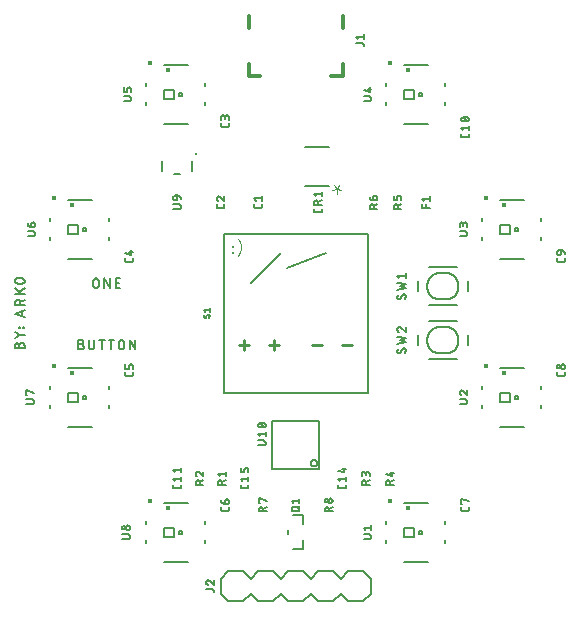
<source format=gto>
G75*
%MOIN*%
%OFA0B0*%
%FSLAX25Y25*%
%IPPOS*%
%LPD*%
%AMOC8*
5,1,8,0,0,1.08239X$1,22.5*
%
%ADD10C,0.00400*%
%ADD11C,0.00800*%
%ADD12C,0.00900*%
%ADD13C,0.00500*%
%ADD14C,0.01200*%
%ADD15C,0.00600*%
%ADD16C,0.01761*%
%ADD17C,0.00300*%
%ADD18C,0.00700*%
%ADD19C,0.01000*%
D10*
X0082000Y0123383D02*
X0082256Y0123383D01*
X0082256Y0123639D01*
X0082000Y0123639D01*
X0082000Y0123383D01*
X0082000Y0125428D02*
X0082256Y0125428D01*
X0082256Y0125683D01*
X0082000Y0125683D01*
X0082000Y0125428D01*
X0085027Y0125300D02*
X0085025Y0125427D01*
X0085020Y0125554D01*
X0085010Y0125681D01*
X0084997Y0125808D01*
X0084981Y0125934D01*
X0084961Y0126059D01*
X0084937Y0126184D01*
X0084909Y0126308D01*
X0084878Y0126432D01*
X0084843Y0126554D01*
X0084805Y0126675D01*
X0084764Y0126795D01*
X0084718Y0126914D01*
X0084670Y0127032D01*
X0084618Y0127148D01*
X0084562Y0127262D01*
X0084504Y0127375D01*
X0084442Y0127486D01*
X0084377Y0127596D01*
X0084308Y0127703D01*
X0084237Y0127808D01*
X0084163Y0127911D01*
X0084085Y0128012D01*
X0084005Y0128111D01*
X0085027Y0125300D02*
X0085025Y0125173D01*
X0085020Y0125046D01*
X0085010Y0124919D01*
X0084997Y0124792D01*
X0084981Y0124666D01*
X0084961Y0124541D01*
X0084937Y0124416D01*
X0084909Y0124292D01*
X0084878Y0124168D01*
X0084843Y0124046D01*
X0084805Y0123925D01*
X0084764Y0123805D01*
X0084718Y0123686D01*
X0084670Y0123568D01*
X0084618Y0123452D01*
X0084562Y0123338D01*
X0084504Y0123225D01*
X0084442Y0123114D01*
X0084377Y0123004D01*
X0084308Y0122897D01*
X0084237Y0122792D01*
X0084163Y0122689D01*
X0084085Y0122588D01*
X0084005Y0122489D01*
D11*
X0079300Y0129800D02*
X0079300Y0076800D01*
X0127300Y0076800D01*
X0127300Y0129800D01*
X0079300Y0129800D01*
X0088300Y0113300D02*
X0098300Y0123300D01*
X0100300Y0118300D02*
X0113300Y0123300D01*
X0139363Y0166457D02*
X0147237Y0166457D01*
X0153143Y0172757D02*
X0153143Y0173544D01*
X0153143Y0179056D02*
X0153143Y0179843D01*
X0147237Y0186143D02*
X0139363Y0186143D01*
X0133457Y0179843D02*
X0133457Y0179056D01*
X0133457Y0173544D02*
X0133457Y0172757D01*
X0139300Y0174800D02*
X0139300Y0177800D01*
X0142800Y0177800D01*
X0142800Y0174800D01*
X0139300Y0174800D01*
X0144300Y0175800D02*
X0145300Y0175800D01*
X0145300Y0176800D01*
X0144300Y0176800D01*
X0144300Y0175800D01*
X0171363Y0141143D02*
X0179237Y0141143D01*
X0185143Y0134843D02*
X0185143Y0134056D01*
X0185143Y0128544D02*
X0185143Y0127757D01*
X0179237Y0121457D02*
X0171363Y0121457D01*
X0165457Y0127757D02*
X0165457Y0128544D01*
X0165457Y0134056D02*
X0165457Y0134843D01*
X0171300Y0132800D02*
X0174800Y0132800D01*
X0174800Y0129800D01*
X0171300Y0129800D01*
X0171300Y0132800D01*
X0176300Y0131800D02*
X0177300Y0131800D01*
X0177300Y0130800D01*
X0176300Y0130800D01*
X0176300Y0131800D01*
X0179237Y0085143D02*
X0171363Y0085143D01*
X0165457Y0078843D02*
X0165457Y0078056D01*
X0165457Y0072544D02*
X0165457Y0071757D01*
X0171300Y0073800D02*
X0174800Y0073800D01*
X0174800Y0076800D01*
X0171300Y0076800D01*
X0171300Y0073800D01*
X0176300Y0074800D02*
X0177300Y0074800D01*
X0177300Y0075800D01*
X0176300Y0075800D01*
X0176300Y0074800D01*
X0185143Y0072544D02*
X0185143Y0071757D01*
X0185143Y0078056D02*
X0185143Y0078843D01*
X0179237Y0065457D02*
X0171363Y0065457D01*
X0147237Y0040143D02*
X0139363Y0040143D01*
X0133457Y0033843D02*
X0133457Y0033056D01*
X0133457Y0027544D02*
X0133457Y0026757D01*
X0139300Y0028800D02*
X0139300Y0031800D01*
X0142800Y0031800D01*
X0142800Y0028800D01*
X0139300Y0028800D01*
X0144300Y0029800D02*
X0145300Y0029800D01*
X0145300Y0030800D01*
X0144300Y0030800D01*
X0144300Y0029800D01*
X0153143Y0027544D02*
X0153143Y0026757D01*
X0147237Y0020457D02*
X0139363Y0020457D01*
X0128300Y0014800D02*
X0128300Y0009800D01*
X0125800Y0007300D01*
X0120800Y0007300D01*
X0118300Y0009800D01*
X0115800Y0007300D01*
X0110800Y0007300D01*
X0108300Y0009800D01*
X0105800Y0007300D01*
X0100800Y0007300D01*
X0098300Y0009800D01*
X0095800Y0007300D01*
X0090800Y0007300D01*
X0088300Y0009800D01*
X0085800Y0007300D01*
X0080800Y0007300D01*
X0078300Y0009800D01*
X0078300Y0014800D01*
X0080800Y0017300D01*
X0085800Y0017300D01*
X0088300Y0014800D01*
X0090800Y0017300D01*
X0095800Y0017300D01*
X0098300Y0014800D01*
X0100800Y0017300D01*
X0105800Y0017300D01*
X0108300Y0014800D01*
X0110800Y0017300D01*
X0115800Y0017300D01*
X0118300Y0014800D01*
X0120800Y0017300D01*
X0125800Y0017300D01*
X0128300Y0014800D01*
X0153143Y0033056D02*
X0153143Y0033843D01*
X0073143Y0033843D02*
X0073143Y0033056D01*
X0073143Y0027544D02*
X0073143Y0026757D01*
X0067237Y0020457D02*
X0059363Y0020457D01*
X0053457Y0026757D02*
X0053457Y0027544D01*
X0053457Y0033056D02*
X0053457Y0033843D01*
X0059300Y0031800D02*
X0059300Y0028800D01*
X0062800Y0028800D01*
X0062800Y0031800D01*
X0059300Y0031800D01*
X0064300Y0030800D02*
X0065300Y0030800D01*
X0065300Y0029800D01*
X0064300Y0029800D01*
X0064300Y0030800D01*
X0067237Y0040143D02*
X0059363Y0040143D01*
X0035237Y0065457D02*
X0027363Y0065457D01*
X0021457Y0071757D02*
X0021457Y0072544D01*
X0021457Y0078056D02*
X0021457Y0078843D01*
X0027300Y0076800D02*
X0027300Y0073800D01*
X0030800Y0073800D01*
X0030800Y0076800D01*
X0027300Y0076800D01*
X0032300Y0075800D02*
X0033300Y0075800D01*
X0033300Y0074800D01*
X0032300Y0074800D01*
X0032300Y0075800D01*
X0041143Y0078056D02*
X0041143Y0078843D01*
X0041143Y0072544D02*
X0041143Y0071757D01*
X0035237Y0085143D02*
X0027363Y0085143D01*
X0030818Y0091200D02*
X0030818Y0094400D01*
X0031707Y0094400D01*
X0031759Y0094398D01*
X0031811Y0094392D01*
X0031862Y0094383D01*
X0031912Y0094370D01*
X0031961Y0094353D01*
X0032009Y0094333D01*
X0032055Y0094309D01*
X0032099Y0094282D01*
X0032142Y0094252D01*
X0032181Y0094219D01*
X0032219Y0094182D01*
X0032254Y0094144D01*
X0032285Y0094103D01*
X0032314Y0094059D01*
X0032339Y0094014D01*
X0032361Y0093967D01*
X0032380Y0093919D01*
X0032395Y0093869D01*
X0032406Y0093818D01*
X0032414Y0093767D01*
X0032418Y0093715D01*
X0032418Y0093663D01*
X0032414Y0093611D01*
X0032406Y0093560D01*
X0032395Y0093509D01*
X0032380Y0093459D01*
X0032361Y0093411D01*
X0032339Y0093364D01*
X0032314Y0093319D01*
X0032285Y0093275D01*
X0032254Y0093234D01*
X0032219Y0093196D01*
X0032181Y0093159D01*
X0032142Y0093126D01*
X0032099Y0093096D01*
X0032055Y0093069D01*
X0032009Y0093045D01*
X0031961Y0093025D01*
X0031912Y0093008D01*
X0031862Y0092995D01*
X0031811Y0092986D01*
X0031759Y0092980D01*
X0031707Y0092978D01*
X0030818Y0092978D01*
X0031707Y0092978D02*
X0031765Y0092976D01*
X0031823Y0092970D01*
X0031880Y0092961D01*
X0031937Y0092948D01*
X0031993Y0092931D01*
X0032047Y0092910D01*
X0032100Y0092886D01*
X0032151Y0092859D01*
X0032201Y0092828D01*
X0032248Y0092794D01*
X0032293Y0092757D01*
X0032336Y0092718D01*
X0032375Y0092675D01*
X0032412Y0092630D01*
X0032446Y0092583D01*
X0032477Y0092534D01*
X0032504Y0092482D01*
X0032528Y0092429D01*
X0032549Y0092375D01*
X0032566Y0092319D01*
X0032579Y0092262D01*
X0032588Y0092205D01*
X0032594Y0092147D01*
X0032596Y0092089D01*
X0032594Y0092031D01*
X0032588Y0091973D01*
X0032579Y0091916D01*
X0032566Y0091859D01*
X0032549Y0091803D01*
X0032528Y0091749D01*
X0032504Y0091696D01*
X0032477Y0091645D01*
X0032446Y0091595D01*
X0032412Y0091548D01*
X0032375Y0091503D01*
X0032336Y0091460D01*
X0032293Y0091421D01*
X0032248Y0091384D01*
X0032201Y0091350D01*
X0032152Y0091319D01*
X0032100Y0091292D01*
X0032047Y0091268D01*
X0031993Y0091247D01*
X0031937Y0091230D01*
X0031880Y0091217D01*
X0031823Y0091208D01*
X0031765Y0091202D01*
X0031707Y0091200D01*
X0030818Y0091200D01*
X0034324Y0092089D02*
X0034324Y0094400D01*
X0036102Y0094400D02*
X0036102Y0092089D01*
X0036100Y0092031D01*
X0036094Y0091973D01*
X0036085Y0091916D01*
X0036072Y0091859D01*
X0036055Y0091803D01*
X0036034Y0091749D01*
X0036010Y0091696D01*
X0035983Y0091645D01*
X0035952Y0091595D01*
X0035918Y0091548D01*
X0035881Y0091503D01*
X0035842Y0091460D01*
X0035799Y0091421D01*
X0035754Y0091384D01*
X0035707Y0091350D01*
X0035658Y0091319D01*
X0035606Y0091292D01*
X0035553Y0091268D01*
X0035499Y0091247D01*
X0035443Y0091230D01*
X0035386Y0091217D01*
X0035329Y0091208D01*
X0035271Y0091202D01*
X0035213Y0091200D01*
X0035155Y0091202D01*
X0035097Y0091208D01*
X0035040Y0091217D01*
X0034983Y0091230D01*
X0034927Y0091247D01*
X0034873Y0091268D01*
X0034820Y0091292D01*
X0034769Y0091319D01*
X0034719Y0091350D01*
X0034672Y0091384D01*
X0034627Y0091421D01*
X0034584Y0091460D01*
X0034545Y0091503D01*
X0034508Y0091548D01*
X0034474Y0091595D01*
X0034443Y0091645D01*
X0034416Y0091696D01*
X0034392Y0091749D01*
X0034371Y0091803D01*
X0034354Y0091859D01*
X0034341Y0091916D01*
X0034332Y0091973D01*
X0034326Y0092031D01*
X0034324Y0092089D01*
X0037804Y0094400D02*
X0039582Y0094400D01*
X0038693Y0094400D02*
X0038693Y0091200D01*
X0040924Y0094400D02*
X0042702Y0094400D01*
X0041813Y0094400D02*
X0041813Y0091200D01*
X0044284Y0092089D02*
X0044284Y0093511D01*
X0044286Y0093569D01*
X0044292Y0093627D01*
X0044301Y0093684D01*
X0044314Y0093741D01*
X0044331Y0093797D01*
X0044352Y0093851D01*
X0044376Y0093904D01*
X0044403Y0093956D01*
X0044434Y0094005D01*
X0044468Y0094052D01*
X0044505Y0094097D01*
X0044544Y0094140D01*
X0044587Y0094179D01*
X0044632Y0094216D01*
X0044679Y0094250D01*
X0044729Y0094281D01*
X0044780Y0094308D01*
X0044833Y0094332D01*
X0044887Y0094353D01*
X0044943Y0094370D01*
X0045000Y0094383D01*
X0045057Y0094392D01*
X0045115Y0094398D01*
X0045173Y0094400D01*
X0045231Y0094398D01*
X0045289Y0094392D01*
X0045346Y0094383D01*
X0045403Y0094370D01*
X0045459Y0094353D01*
X0045513Y0094332D01*
X0045566Y0094308D01*
X0045618Y0094281D01*
X0045667Y0094250D01*
X0045714Y0094216D01*
X0045759Y0094179D01*
X0045802Y0094140D01*
X0045841Y0094097D01*
X0045878Y0094052D01*
X0045912Y0094005D01*
X0045943Y0093956D01*
X0045970Y0093904D01*
X0045994Y0093851D01*
X0046015Y0093797D01*
X0046032Y0093741D01*
X0046045Y0093684D01*
X0046054Y0093627D01*
X0046060Y0093569D01*
X0046062Y0093511D01*
X0046062Y0092089D01*
X0046060Y0092031D01*
X0046054Y0091973D01*
X0046045Y0091916D01*
X0046032Y0091859D01*
X0046015Y0091803D01*
X0045994Y0091749D01*
X0045970Y0091696D01*
X0045943Y0091645D01*
X0045912Y0091595D01*
X0045878Y0091548D01*
X0045841Y0091503D01*
X0045802Y0091460D01*
X0045759Y0091421D01*
X0045714Y0091384D01*
X0045667Y0091350D01*
X0045618Y0091319D01*
X0045566Y0091292D01*
X0045513Y0091268D01*
X0045459Y0091247D01*
X0045403Y0091230D01*
X0045346Y0091217D01*
X0045289Y0091208D01*
X0045231Y0091202D01*
X0045173Y0091200D01*
X0045115Y0091202D01*
X0045057Y0091208D01*
X0045000Y0091217D01*
X0044943Y0091230D01*
X0044887Y0091247D01*
X0044833Y0091268D01*
X0044780Y0091292D01*
X0044729Y0091319D01*
X0044679Y0091350D01*
X0044632Y0091384D01*
X0044587Y0091421D01*
X0044544Y0091460D01*
X0044505Y0091503D01*
X0044468Y0091548D01*
X0044434Y0091595D01*
X0044403Y0091645D01*
X0044376Y0091696D01*
X0044352Y0091749D01*
X0044331Y0091803D01*
X0044314Y0091859D01*
X0044301Y0091916D01*
X0044292Y0091973D01*
X0044286Y0092031D01*
X0044284Y0092089D01*
X0048004Y0091200D02*
X0048004Y0094400D01*
X0049782Y0091200D01*
X0049782Y0094400D01*
X0044797Y0111700D02*
X0043375Y0111700D01*
X0043375Y0114900D01*
X0044797Y0114900D01*
X0044442Y0113478D02*
X0043375Y0113478D01*
X0041300Y0114900D02*
X0041300Y0111700D01*
X0039523Y0114900D01*
X0039523Y0111700D01*
X0037580Y0112589D02*
X0037580Y0114011D01*
X0037581Y0114011D02*
X0037579Y0114069D01*
X0037573Y0114127D01*
X0037564Y0114184D01*
X0037551Y0114241D01*
X0037534Y0114297D01*
X0037513Y0114351D01*
X0037489Y0114404D01*
X0037462Y0114456D01*
X0037431Y0114505D01*
X0037397Y0114552D01*
X0037360Y0114597D01*
X0037321Y0114640D01*
X0037278Y0114679D01*
X0037233Y0114716D01*
X0037186Y0114750D01*
X0037137Y0114781D01*
X0037085Y0114808D01*
X0037032Y0114832D01*
X0036978Y0114853D01*
X0036922Y0114870D01*
X0036865Y0114883D01*
X0036808Y0114892D01*
X0036750Y0114898D01*
X0036692Y0114900D01*
X0036634Y0114898D01*
X0036576Y0114892D01*
X0036519Y0114883D01*
X0036462Y0114870D01*
X0036406Y0114853D01*
X0036352Y0114832D01*
X0036299Y0114808D01*
X0036248Y0114781D01*
X0036198Y0114750D01*
X0036151Y0114716D01*
X0036106Y0114679D01*
X0036063Y0114640D01*
X0036024Y0114597D01*
X0035987Y0114552D01*
X0035953Y0114505D01*
X0035922Y0114456D01*
X0035895Y0114404D01*
X0035871Y0114351D01*
X0035850Y0114297D01*
X0035833Y0114241D01*
X0035820Y0114184D01*
X0035811Y0114127D01*
X0035805Y0114069D01*
X0035803Y0114011D01*
X0035803Y0112589D01*
X0035805Y0112531D01*
X0035811Y0112473D01*
X0035820Y0112416D01*
X0035833Y0112359D01*
X0035850Y0112303D01*
X0035871Y0112249D01*
X0035895Y0112196D01*
X0035922Y0112145D01*
X0035953Y0112095D01*
X0035987Y0112048D01*
X0036024Y0112003D01*
X0036063Y0111960D01*
X0036106Y0111921D01*
X0036151Y0111884D01*
X0036198Y0111850D01*
X0036248Y0111819D01*
X0036299Y0111792D01*
X0036352Y0111768D01*
X0036406Y0111747D01*
X0036462Y0111730D01*
X0036519Y0111717D01*
X0036576Y0111708D01*
X0036634Y0111702D01*
X0036692Y0111700D01*
X0036750Y0111702D01*
X0036808Y0111708D01*
X0036865Y0111717D01*
X0036922Y0111730D01*
X0036978Y0111747D01*
X0037032Y0111768D01*
X0037085Y0111792D01*
X0037137Y0111819D01*
X0037186Y0111850D01*
X0037233Y0111884D01*
X0037278Y0111921D01*
X0037321Y0111960D01*
X0037360Y0112003D01*
X0037397Y0112048D01*
X0037431Y0112095D01*
X0037462Y0112145D01*
X0037489Y0112196D01*
X0037513Y0112249D01*
X0037534Y0112303D01*
X0037551Y0112359D01*
X0037564Y0112416D01*
X0037573Y0112473D01*
X0037579Y0112531D01*
X0037581Y0112589D01*
X0035237Y0121457D02*
X0027363Y0121457D01*
X0021457Y0127757D02*
X0021457Y0128544D01*
X0021457Y0134056D02*
X0021457Y0134843D01*
X0027300Y0132800D02*
X0027300Y0129800D01*
X0030800Y0129800D01*
X0030800Y0132800D01*
X0027300Y0132800D01*
X0032300Y0131800D02*
X0033300Y0131800D01*
X0033300Y0130800D01*
X0032300Y0130800D01*
X0032300Y0131800D01*
X0041143Y0134056D02*
X0041143Y0134843D01*
X0041143Y0128544D02*
X0041143Y0127757D01*
X0035237Y0141143D02*
X0027363Y0141143D01*
X0012011Y0114942D02*
X0010589Y0114942D01*
X0010531Y0114940D01*
X0010473Y0114934D01*
X0010416Y0114925D01*
X0010359Y0114912D01*
X0010303Y0114895D01*
X0010249Y0114874D01*
X0010196Y0114850D01*
X0010145Y0114823D01*
X0010095Y0114792D01*
X0010048Y0114758D01*
X0010003Y0114721D01*
X0009960Y0114682D01*
X0009921Y0114639D01*
X0009884Y0114594D01*
X0009850Y0114547D01*
X0009819Y0114498D01*
X0009792Y0114446D01*
X0009768Y0114393D01*
X0009747Y0114339D01*
X0009730Y0114283D01*
X0009717Y0114226D01*
X0009708Y0114169D01*
X0009702Y0114111D01*
X0009700Y0114053D01*
X0009702Y0113995D01*
X0009708Y0113937D01*
X0009717Y0113880D01*
X0009730Y0113823D01*
X0009747Y0113767D01*
X0009768Y0113713D01*
X0009792Y0113660D01*
X0009819Y0113609D01*
X0009850Y0113559D01*
X0009884Y0113512D01*
X0009921Y0113467D01*
X0009960Y0113424D01*
X0010003Y0113385D01*
X0010048Y0113348D01*
X0010095Y0113314D01*
X0010144Y0113283D01*
X0010196Y0113256D01*
X0010249Y0113232D01*
X0010303Y0113211D01*
X0010359Y0113194D01*
X0010416Y0113181D01*
X0010473Y0113172D01*
X0010531Y0113166D01*
X0010589Y0113164D01*
X0012011Y0113164D01*
X0012069Y0113166D01*
X0012127Y0113172D01*
X0012184Y0113181D01*
X0012241Y0113194D01*
X0012297Y0113211D01*
X0012351Y0113232D01*
X0012404Y0113256D01*
X0012456Y0113283D01*
X0012505Y0113314D01*
X0012552Y0113348D01*
X0012597Y0113385D01*
X0012640Y0113424D01*
X0012679Y0113467D01*
X0012716Y0113512D01*
X0012750Y0113559D01*
X0012781Y0113609D01*
X0012808Y0113660D01*
X0012832Y0113713D01*
X0012853Y0113767D01*
X0012870Y0113823D01*
X0012883Y0113880D01*
X0012892Y0113937D01*
X0012898Y0113995D01*
X0012900Y0114053D01*
X0012898Y0114111D01*
X0012892Y0114169D01*
X0012883Y0114226D01*
X0012870Y0114283D01*
X0012853Y0114339D01*
X0012832Y0114393D01*
X0012808Y0114446D01*
X0012781Y0114498D01*
X0012750Y0114547D01*
X0012716Y0114594D01*
X0012679Y0114639D01*
X0012640Y0114682D01*
X0012597Y0114721D01*
X0012552Y0114758D01*
X0012505Y0114792D01*
X0012455Y0114823D01*
X0012404Y0114850D01*
X0012351Y0114874D01*
X0012297Y0114895D01*
X0012241Y0114912D01*
X0012184Y0114925D01*
X0012127Y0114934D01*
X0012069Y0114940D01*
X0012011Y0114942D01*
X0012900Y0111556D02*
X0010944Y0110489D01*
X0011656Y0109778D02*
X0009700Y0111556D01*
X0009700Y0109778D02*
X0012900Y0109778D01*
X0012900Y0107783D02*
X0011478Y0107072D01*
X0011478Y0106894D02*
X0011478Y0106005D01*
X0011478Y0106894D02*
X0011476Y0106952D01*
X0011470Y0107010D01*
X0011461Y0107067D01*
X0011448Y0107124D01*
X0011431Y0107180D01*
X0011410Y0107234D01*
X0011386Y0107287D01*
X0011359Y0107339D01*
X0011328Y0107388D01*
X0011294Y0107435D01*
X0011257Y0107480D01*
X0011218Y0107523D01*
X0011175Y0107562D01*
X0011130Y0107599D01*
X0011083Y0107633D01*
X0011034Y0107664D01*
X0010982Y0107691D01*
X0010929Y0107715D01*
X0010875Y0107736D01*
X0010819Y0107753D01*
X0010762Y0107766D01*
X0010705Y0107775D01*
X0010647Y0107781D01*
X0010589Y0107783D01*
X0010531Y0107781D01*
X0010473Y0107775D01*
X0010416Y0107766D01*
X0010359Y0107753D01*
X0010303Y0107736D01*
X0010249Y0107715D01*
X0010196Y0107691D01*
X0010145Y0107664D01*
X0010095Y0107633D01*
X0010048Y0107599D01*
X0010003Y0107562D01*
X0009960Y0107523D01*
X0009921Y0107480D01*
X0009884Y0107435D01*
X0009850Y0107388D01*
X0009819Y0107339D01*
X0009792Y0107287D01*
X0009768Y0107234D01*
X0009747Y0107180D01*
X0009730Y0107124D01*
X0009717Y0107067D01*
X0009708Y0107010D01*
X0009702Y0106952D01*
X0009700Y0106894D01*
X0009700Y0106005D01*
X0012900Y0106005D01*
X0012900Y0104200D02*
X0009700Y0103133D01*
X0012900Y0102067D01*
X0012100Y0102333D02*
X0012100Y0103933D01*
X0012456Y0098662D02*
X0012633Y0098662D01*
X0012633Y0098484D01*
X0012456Y0098484D01*
X0012456Y0098662D01*
X0011211Y0098662D02*
X0011211Y0098484D01*
X0011033Y0098484D01*
X0011033Y0098662D01*
X0011211Y0098662D01*
X0009700Y0097000D02*
X0011211Y0095933D01*
X0012900Y0095933D01*
X0011211Y0095933D02*
X0009700Y0094867D01*
X0009700Y0092547D02*
X0009700Y0091658D01*
X0012900Y0091658D01*
X0012900Y0092547D01*
X0012898Y0092605D01*
X0012892Y0092663D01*
X0012883Y0092720D01*
X0012870Y0092777D01*
X0012853Y0092833D01*
X0012832Y0092887D01*
X0012808Y0092940D01*
X0012781Y0092992D01*
X0012750Y0093041D01*
X0012716Y0093088D01*
X0012679Y0093133D01*
X0012640Y0093176D01*
X0012597Y0093215D01*
X0012552Y0093252D01*
X0012505Y0093286D01*
X0012456Y0093317D01*
X0012404Y0093344D01*
X0012351Y0093368D01*
X0012297Y0093389D01*
X0012241Y0093406D01*
X0012184Y0093419D01*
X0012127Y0093428D01*
X0012069Y0093434D01*
X0012011Y0093436D01*
X0011953Y0093434D01*
X0011895Y0093428D01*
X0011838Y0093419D01*
X0011781Y0093406D01*
X0011725Y0093389D01*
X0011671Y0093368D01*
X0011618Y0093344D01*
X0011567Y0093317D01*
X0011517Y0093286D01*
X0011470Y0093252D01*
X0011425Y0093215D01*
X0011382Y0093176D01*
X0011343Y0093133D01*
X0011306Y0093088D01*
X0011272Y0093041D01*
X0011241Y0092992D01*
X0011214Y0092940D01*
X0011190Y0092887D01*
X0011169Y0092833D01*
X0011152Y0092777D01*
X0011139Y0092720D01*
X0011130Y0092663D01*
X0011124Y0092605D01*
X0011122Y0092547D01*
X0011122Y0091658D01*
X0011122Y0092547D02*
X0011120Y0092599D01*
X0011114Y0092651D01*
X0011105Y0092702D01*
X0011092Y0092752D01*
X0011075Y0092801D01*
X0011055Y0092849D01*
X0011031Y0092895D01*
X0011004Y0092939D01*
X0010974Y0092982D01*
X0010941Y0093021D01*
X0010904Y0093059D01*
X0010866Y0093094D01*
X0010825Y0093125D01*
X0010781Y0093154D01*
X0010736Y0093179D01*
X0010689Y0093201D01*
X0010641Y0093220D01*
X0010591Y0093235D01*
X0010540Y0093246D01*
X0010489Y0093254D01*
X0010437Y0093258D01*
X0010385Y0093258D01*
X0010333Y0093254D01*
X0010282Y0093246D01*
X0010231Y0093235D01*
X0010181Y0093220D01*
X0010133Y0093201D01*
X0010086Y0093179D01*
X0010041Y0093154D01*
X0009997Y0093125D01*
X0009956Y0093094D01*
X0009918Y0093059D01*
X0009881Y0093021D01*
X0009848Y0092982D01*
X0009818Y0092939D01*
X0009791Y0092895D01*
X0009767Y0092849D01*
X0009747Y0092801D01*
X0009730Y0092752D01*
X0009717Y0092702D01*
X0009708Y0092651D01*
X0009702Y0092599D01*
X0009700Y0092547D01*
X0058800Y0150609D02*
X0058800Y0153991D01*
X0062743Y0149509D02*
X0064857Y0149509D01*
X0068800Y0150609D02*
X0068800Y0153991D01*
X0067237Y0166457D02*
X0059363Y0166457D01*
X0053457Y0172757D02*
X0053457Y0173544D01*
X0053457Y0179056D02*
X0053457Y0179843D01*
X0059300Y0177800D02*
X0059300Y0174800D01*
X0062800Y0174800D01*
X0062800Y0177800D01*
X0059300Y0177800D01*
X0064300Y0176800D02*
X0065300Y0176800D01*
X0065300Y0175800D01*
X0064300Y0175800D01*
X0064300Y0176800D01*
X0073143Y0179056D02*
X0073143Y0179843D01*
X0073143Y0173544D02*
X0073143Y0172757D01*
X0067237Y0186143D02*
X0059363Y0186143D01*
D12*
X0086150Y0094433D02*
X0086150Y0091033D01*
X0084450Y0092733D02*
X0087850Y0092733D01*
X0094450Y0092733D02*
X0097850Y0092733D01*
X0096150Y0091033D02*
X0096150Y0094433D01*
X0108750Y0092733D02*
X0112150Y0092733D01*
X0118750Y0092733D02*
X0122150Y0092733D01*
D13*
X0144032Y0092725D02*
X0144032Y0095875D01*
X0147576Y0100599D02*
X0157024Y0100599D01*
X0153875Y0098631D02*
X0150725Y0098631D01*
X0150602Y0098617D01*
X0150479Y0098599D01*
X0150356Y0098577D01*
X0150235Y0098551D01*
X0150114Y0098521D01*
X0149994Y0098488D01*
X0149876Y0098451D01*
X0149758Y0098410D01*
X0149642Y0098365D01*
X0149528Y0098317D01*
X0149415Y0098265D01*
X0149303Y0098210D01*
X0149194Y0098151D01*
X0149086Y0098089D01*
X0148981Y0098023D01*
X0148877Y0097955D01*
X0148776Y0097883D01*
X0148677Y0097807D01*
X0148580Y0097729D01*
X0148486Y0097648D01*
X0148395Y0097564D01*
X0148306Y0097477D01*
X0148220Y0097387D01*
X0148137Y0097295D01*
X0148056Y0097200D01*
X0147979Y0097102D01*
X0147905Y0097002D01*
X0147834Y0096900D01*
X0147767Y0096796D01*
X0147702Y0096690D01*
X0147641Y0096581D01*
X0147584Y0096471D01*
X0147530Y0096359D01*
X0147479Y0096246D01*
X0147432Y0096131D01*
X0147389Y0096014D01*
X0147349Y0095896D01*
X0147313Y0095777D01*
X0147281Y0095657D01*
X0147253Y0095536D01*
X0147228Y0095414D01*
X0147207Y0095292D01*
X0147191Y0095169D01*
X0147178Y0095045D01*
X0147169Y0094921D01*
X0147163Y0094797D01*
X0147162Y0094673D01*
X0147165Y0094548D01*
X0147171Y0094424D01*
X0147182Y0094300D01*
X0147171Y0094176D01*
X0147165Y0094052D01*
X0147162Y0093927D01*
X0147163Y0093803D01*
X0147169Y0093679D01*
X0147178Y0093555D01*
X0147191Y0093431D01*
X0147207Y0093308D01*
X0147228Y0093186D01*
X0147253Y0093064D01*
X0147281Y0092943D01*
X0147313Y0092823D01*
X0147349Y0092704D01*
X0147389Y0092586D01*
X0147432Y0092469D01*
X0147479Y0092354D01*
X0147530Y0092241D01*
X0147584Y0092129D01*
X0147641Y0092019D01*
X0147702Y0091910D01*
X0147767Y0091804D01*
X0147834Y0091700D01*
X0147905Y0091598D01*
X0147979Y0091498D01*
X0148056Y0091400D01*
X0148137Y0091305D01*
X0148220Y0091213D01*
X0148306Y0091123D01*
X0148395Y0091036D01*
X0148486Y0090952D01*
X0148580Y0090871D01*
X0148677Y0090793D01*
X0148776Y0090717D01*
X0148877Y0090645D01*
X0148981Y0090577D01*
X0149086Y0090511D01*
X0149194Y0090449D01*
X0149303Y0090390D01*
X0149415Y0090335D01*
X0149528Y0090283D01*
X0149642Y0090235D01*
X0149758Y0090190D01*
X0149876Y0090149D01*
X0149994Y0090112D01*
X0150114Y0090079D01*
X0150235Y0090049D01*
X0150356Y0090023D01*
X0150479Y0090001D01*
X0150602Y0089983D01*
X0150725Y0089969D01*
X0153875Y0089969D01*
X0157024Y0088001D02*
X0147576Y0088001D01*
X0153875Y0089969D02*
X0153998Y0089983D01*
X0154121Y0090001D01*
X0154244Y0090023D01*
X0154365Y0090049D01*
X0154486Y0090079D01*
X0154606Y0090112D01*
X0154724Y0090149D01*
X0154842Y0090190D01*
X0154958Y0090235D01*
X0155072Y0090283D01*
X0155185Y0090335D01*
X0155297Y0090390D01*
X0155406Y0090449D01*
X0155514Y0090511D01*
X0155619Y0090577D01*
X0155723Y0090645D01*
X0155824Y0090717D01*
X0155923Y0090793D01*
X0156020Y0090871D01*
X0156114Y0090952D01*
X0156205Y0091036D01*
X0156294Y0091123D01*
X0156380Y0091213D01*
X0156463Y0091305D01*
X0156544Y0091400D01*
X0156621Y0091498D01*
X0156695Y0091598D01*
X0156766Y0091700D01*
X0156833Y0091804D01*
X0156898Y0091910D01*
X0156959Y0092019D01*
X0157016Y0092129D01*
X0157070Y0092241D01*
X0157121Y0092354D01*
X0157168Y0092469D01*
X0157211Y0092586D01*
X0157251Y0092704D01*
X0157287Y0092823D01*
X0157319Y0092943D01*
X0157347Y0093064D01*
X0157372Y0093186D01*
X0157393Y0093308D01*
X0157409Y0093431D01*
X0157422Y0093555D01*
X0157431Y0093679D01*
X0157437Y0093803D01*
X0157438Y0093927D01*
X0157435Y0094052D01*
X0157429Y0094176D01*
X0157418Y0094300D01*
X0160568Y0092725D02*
X0160568Y0095875D01*
X0157418Y0094300D02*
X0157429Y0094424D01*
X0157435Y0094548D01*
X0157438Y0094673D01*
X0157437Y0094797D01*
X0157431Y0094921D01*
X0157422Y0095045D01*
X0157409Y0095169D01*
X0157393Y0095292D01*
X0157372Y0095414D01*
X0157347Y0095536D01*
X0157319Y0095657D01*
X0157287Y0095777D01*
X0157251Y0095896D01*
X0157211Y0096014D01*
X0157168Y0096131D01*
X0157121Y0096246D01*
X0157070Y0096359D01*
X0157016Y0096471D01*
X0156959Y0096581D01*
X0156898Y0096690D01*
X0156833Y0096796D01*
X0156766Y0096900D01*
X0156695Y0097002D01*
X0156621Y0097102D01*
X0156544Y0097200D01*
X0156463Y0097295D01*
X0156380Y0097387D01*
X0156294Y0097477D01*
X0156205Y0097564D01*
X0156114Y0097648D01*
X0156020Y0097729D01*
X0155923Y0097807D01*
X0155824Y0097883D01*
X0155723Y0097955D01*
X0155619Y0098023D01*
X0155514Y0098089D01*
X0155406Y0098151D01*
X0155297Y0098210D01*
X0155185Y0098265D01*
X0155072Y0098317D01*
X0154958Y0098365D01*
X0154842Y0098410D01*
X0154724Y0098451D01*
X0154606Y0098488D01*
X0154486Y0098521D01*
X0154365Y0098551D01*
X0154244Y0098577D01*
X0154121Y0098599D01*
X0153998Y0098617D01*
X0153875Y0098631D01*
X0157024Y0106001D02*
X0147576Y0106001D01*
X0150725Y0107969D02*
X0153875Y0107969D01*
X0153998Y0107983D01*
X0154121Y0108001D01*
X0154244Y0108023D01*
X0154365Y0108049D01*
X0154486Y0108079D01*
X0154606Y0108112D01*
X0154724Y0108149D01*
X0154842Y0108190D01*
X0154958Y0108235D01*
X0155072Y0108283D01*
X0155185Y0108335D01*
X0155297Y0108390D01*
X0155406Y0108449D01*
X0155514Y0108511D01*
X0155619Y0108577D01*
X0155723Y0108645D01*
X0155824Y0108717D01*
X0155923Y0108793D01*
X0156020Y0108871D01*
X0156114Y0108952D01*
X0156205Y0109036D01*
X0156294Y0109123D01*
X0156380Y0109213D01*
X0156463Y0109305D01*
X0156544Y0109400D01*
X0156621Y0109498D01*
X0156695Y0109598D01*
X0156766Y0109700D01*
X0156833Y0109804D01*
X0156898Y0109910D01*
X0156959Y0110019D01*
X0157016Y0110129D01*
X0157070Y0110241D01*
X0157121Y0110354D01*
X0157168Y0110469D01*
X0157211Y0110586D01*
X0157251Y0110704D01*
X0157287Y0110823D01*
X0157319Y0110943D01*
X0157347Y0111064D01*
X0157372Y0111186D01*
X0157393Y0111308D01*
X0157409Y0111431D01*
X0157422Y0111555D01*
X0157431Y0111679D01*
X0157437Y0111803D01*
X0157438Y0111927D01*
X0157435Y0112052D01*
X0157429Y0112176D01*
X0157418Y0112300D01*
X0160568Y0110725D02*
X0160568Y0113875D01*
X0157024Y0118599D02*
X0147576Y0118599D01*
X0150725Y0116631D02*
X0153875Y0116631D01*
X0153998Y0116617D01*
X0154121Y0116599D01*
X0154244Y0116577D01*
X0154365Y0116551D01*
X0154486Y0116521D01*
X0154606Y0116488D01*
X0154724Y0116451D01*
X0154842Y0116410D01*
X0154958Y0116365D01*
X0155072Y0116317D01*
X0155185Y0116265D01*
X0155297Y0116210D01*
X0155406Y0116151D01*
X0155514Y0116089D01*
X0155619Y0116023D01*
X0155723Y0115955D01*
X0155824Y0115883D01*
X0155923Y0115807D01*
X0156020Y0115729D01*
X0156114Y0115648D01*
X0156205Y0115564D01*
X0156294Y0115477D01*
X0156380Y0115387D01*
X0156463Y0115295D01*
X0156544Y0115200D01*
X0156621Y0115102D01*
X0156695Y0115002D01*
X0156766Y0114900D01*
X0156833Y0114796D01*
X0156898Y0114690D01*
X0156959Y0114581D01*
X0157016Y0114471D01*
X0157070Y0114359D01*
X0157121Y0114246D01*
X0157168Y0114131D01*
X0157211Y0114014D01*
X0157251Y0113896D01*
X0157287Y0113777D01*
X0157319Y0113657D01*
X0157347Y0113536D01*
X0157372Y0113414D01*
X0157393Y0113292D01*
X0157409Y0113169D01*
X0157422Y0113045D01*
X0157431Y0112921D01*
X0157437Y0112797D01*
X0157438Y0112673D01*
X0157435Y0112548D01*
X0157429Y0112424D01*
X0157418Y0112300D01*
X0150725Y0116631D02*
X0150602Y0116617D01*
X0150479Y0116599D01*
X0150356Y0116577D01*
X0150235Y0116551D01*
X0150114Y0116521D01*
X0149994Y0116488D01*
X0149876Y0116451D01*
X0149758Y0116410D01*
X0149642Y0116365D01*
X0149528Y0116317D01*
X0149415Y0116265D01*
X0149303Y0116210D01*
X0149194Y0116151D01*
X0149086Y0116089D01*
X0148981Y0116023D01*
X0148877Y0115955D01*
X0148776Y0115883D01*
X0148677Y0115807D01*
X0148580Y0115729D01*
X0148486Y0115648D01*
X0148395Y0115564D01*
X0148306Y0115477D01*
X0148220Y0115387D01*
X0148137Y0115295D01*
X0148056Y0115200D01*
X0147979Y0115102D01*
X0147905Y0115002D01*
X0147834Y0114900D01*
X0147767Y0114796D01*
X0147702Y0114690D01*
X0147641Y0114581D01*
X0147584Y0114471D01*
X0147530Y0114359D01*
X0147479Y0114246D01*
X0147432Y0114131D01*
X0147389Y0114014D01*
X0147349Y0113896D01*
X0147313Y0113777D01*
X0147281Y0113657D01*
X0147253Y0113536D01*
X0147228Y0113414D01*
X0147207Y0113292D01*
X0147191Y0113169D01*
X0147178Y0113045D01*
X0147169Y0112921D01*
X0147163Y0112797D01*
X0147162Y0112673D01*
X0147165Y0112548D01*
X0147171Y0112424D01*
X0147182Y0112300D01*
X0144032Y0113875D02*
X0144032Y0110725D01*
X0147182Y0112300D02*
X0147171Y0112176D01*
X0147165Y0112052D01*
X0147162Y0111927D01*
X0147163Y0111803D01*
X0147169Y0111679D01*
X0147178Y0111555D01*
X0147191Y0111431D01*
X0147207Y0111308D01*
X0147228Y0111186D01*
X0147253Y0111064D01*
X0147281Y0110943D01*
X0147313Y0110823D01*
X0147349Y0110704D01*
X0147389Y0110586D01*
X0147432Y0110469D01*
X0147479Y0110354D01*
X0147530Y0110241D01*
X0147584Y0110129D01*
X0147641Y0110019D01*
X0147702Y0109910D01*
X0147767Y0109804D01*
X0147834Y0109700D01*
X0147905Y0109598D01*
X0147979Y0109498D01*
X0148056Y0109400D01*
X0148137Y0109305D01*
X0148220Y0109213D01*
X0148306Y0109123D01*
X0148395Y0109036D01*
X0148486Y0108952D01*
X0148580Y0108871D01*
X0148677Y0108793D01*
X0148776Y0108717D01*
X0148877Y0108645D01*
X0148981Y0108577D01*
X0149086Y0108511D01*
X0149194Y0108449D01*
X0149303Y0108390D01*
X0149415Y0108335D01*
X0149528Y0108283D01*
X0149642Y0108235D01*
X0149758Y0108190D01*
X0149876Y0108149D01*
X0149994Y0108112D01*
X0150114Y0108079D01*
X0150235Y0108049D01*
X0150356Y0108023D01*
X0150479Y0108001D01*
X0150602Y0107983D01*
X0150725Y0107969D01*
X0111174Y0067174D02*
X0095426Y0067174D01*
X0095426Y0051426D01*
X0111174Y0051426D01*
X0111174Y0067174D01*
X0108233Y0053335D02*
X0108235Y0053400D01*
X0108241Y0053465D01*
X0108251Y0053530D01*
X0108265Y0053594D01*
X0108282Y0053657D01*
X0108304Y0053718D01*
X0108329Y0053779D01*
X0108358Y0053837D01*
X0108390Y0053894D01*
X0108426Y0053949D01*
X0108465Y0054001D01*
X0108507Y0054051D01*
X0108552Y0054098D01*
X0108600Y0054142D01*
X0108651Y0054184D01*
X0108704Y0054222D01*
X0108759Y0054257D01*
X0108816Y0054289D01*
X0108875Y0054316D01*
X0108936Y0054341D01*
X0108998Y0054361D01*
X0109061Y0054378D01*
X0109125Y0054391D01*
X0109190Y0054400D01*
X0109255Y0054405D01*
X0109320Y0054406D01*
X0109386Y0054403D01*
X0109451Y0054396D01*
X0109515Y0054385D01*
X0109579Y0054370D01*
X0109641Y0054352D01*
X0109703Y0054329D01*
X0109762Y0054303D01*
X0109821Y0054273D01*
X0109877Y0054240D01*
X0109931Y0054203D01*
X0109983Y0054164D01*
X0110032Y0054121D01*
X0110078Y0054075D01*
X0110122Y0054026D01*
X0110163Y0053975D01*
X0110200Y0053922D01*
X0110234Y0053866D01*
X0110265Y0053808D01*
X0110292Y0053749D01*
X0110315Y0053688D01*
X0110335Y0053625D01*
X0110351Y0053562D01*
X0110363Y0053498D01*
X0110371Y0053433D01*
X0110375Y0053368D01*
X0110375Y0053302D01*
X0110371Y0053237D01*
X0110363Y0053172D01*
X0110351Y0053108D01*
X0110335Y0053045D01*
X0110315Y0052982D01*
X0110292Y0052921D01*
X0110265Y0052862D01*
X0110234Y0052804D01*
X0110200Y0052748D01*
X0110163Y0052695D01*
X0110122Y0052644D01*
X0110078Y0052595D01*
X0110032Y0052549D01*
X0109983Y0052506D01*
X0109931Y0052467D01*
X0109877Y0052430D01*
X0109821Y0052397D01*
X0109762Y0052367D01*
X0109703Y0052341D01*
X0109641Y0052318D01*
X0109579Y0052300D01*
X0109515Y0052285D01*
X0109451Y0052274D01*
X0109386Y0052267D01*
X0109320Y0052264D01*
X0109255Y0052265D01*
X0109190Y0052270D01*
X0109125Y0052279D01*
X0109061Y0052292D01*
X0108998Y0052309D01*
X0108936Y0052329D01*
X0108875Y0052354D01*
X0108816Y0052381D01*
X0108759Y0052413D01*
X0108704Y0052448D01*
X0108651Y0052486D01*
X0108600Y0052528D01*
X0108552Y0052572D01*
X0108507Y0052619D01*
X0108465Y0052669D01*
X0108426Y0052721D01*
X0108390Y0052776D01*
X0108358Y0052833D01*
X0108329Y0052891D01*
X0108304Y0052952D01*
X0108282Y0053013D01*
X0108265Y0053076D01*
X0108251Y0053140D01*
X0108241Y0053205D01*
X0108235Y0053270D01*
X0108233Y0053335D01*
X0105800Y0036050D02*
X0102300Y0036050D01*
X0105800Y0036050D02*
X0105800Y0033050D01*
X0105800Y0027550D02*
X0105800Y0024550D01*
X0102300Y0024550D01*
X0100800Y0029550D02*
X0100800Y0031050D01*
X0073442Y0101992D02*
X0073758Y0102573D01*
X0074550Y0102362D02*
X0074548Y0102303D01*
X0074542Y0102245D01*
X0074533Y0102187D01*
X0074519Y0102130D01*
X0074502Y0102074D01*
X0074481Y0102019D01*
X0074457Y0101966D01*
X0074429Y0101914D01*
X0074398Y0101864D01*
X0074364Y0101817D01*
X0074326Y0101771D01*
X0074286Y0101729D01*
X0073758Y0102573D02*
X0073781Y0102607D01*
X0073806Y0102638D01*
X0073834Y0102667D01*
X0073865Y0102694D01*
X0073898Y0102717D01*
X0073933Y0102737D01*
X0073970Y0102754D01*
X0074008Y0102767D01*
X0074047Y0102776D01*
X0074088Y0102782D01*
X0074128Y0102784D01*
X0074167Y0102782D01*
X0074206Y0102777D01*
X0074243Y0102768D01*
X0074280Y0102756D01*
X0074316Y0102740D01*
X0074350Y0102721D01*
X0074382Y0102699D01*
X0074412Y0102674D01*
X0074440Y0102646D01*
X0074465Y0102616D01*
X0074487Y0102584D01*
X0074506Y0102550D01*
X0074522Y0102514D01*
X0074534Y0102477D01*
X0074543Y0102440D01*
X0074548Y0102401D01*
X0074550Y0102362D01*
X0072808Y0102678D02*
X0072779Y0102636D01*
X0072753Y0102593D01*
X0072729Y0102548D01*
X0072708Y0102501D01*
X0072691Y0102453D01*
X0072676Y0102405D01*
X0072665Y0102355D01*
X0072657Y0102305D01*
X0072652Y0102254D01*
X0072650Y0102203D01*
X0072652Y0102164D01*
X0072657Y0102125D01*
X0072666Y0102088D01*
X0072678Y0102051D01*
X0072694Y0102015D01*
X0072713Y0101981D01*
X0072735Y0101949D01*
X0072760Y0101919D01*
X0072788Y0101891D01*
X0072818Y0101866D01*
X0072850Y0101844D01*
X0072884Y0101825D01*
X0072920Y0101809D01*
X0072957Y0101797D01*
X0072994Y0101788D01*
X0073033Y0101783D01*
X0073072Y0101781D01*
X0073112Y0101783D01*
X0073153Y0101789D01*
X0073192Y0101798D01*
X0073230Y0101811D01*
X0073267Y0101828D01*
X0073302Y0101848D01*
X0073335Y0101871D01*
X0073366Y0101898D01*
X0073394Y0101927D01*
X0073419Y0101958D01*
X0073442Y0101992D01*
X0073072Y0103816D02*
X0072650Y0104344D01*
X0074550Y0104344D01*
X0074550Y0103816D02*
X0074550Y0104872D01*
D14*
X0087552Y0182489D02*
X0091489Y0182489D01*
X0087552Y0182489D02*
X0087552Y0186426D01*
X0087552Y0198237D02*
X0087552Y0202174D01*
X0115111Y0182489D02*
X0119048Y0182489D01*
X0119020Y0182560D02*
X0119020Y0186426D01*
X0119048Y0186426D01*
X0119048Y0198237D02*
X0119048Y0202174D01*
D15*
X0047278Y0028090D02*
X0045400Y0028090D01*
X0045400Y0029534D02*
X0047278Y0029534D01*
X0047331Y0029532D01*
X0047383Y0029526D01*
X0047435Y0029517D01*
X0047486Y0029503D01*
X0047536Y0029486D01*
X0047584Y0029466D01*
X0047631Y0029442D01*
X0047676Y0029414D01*
X0047719Y0029383D01*
X0047760Y0029350D01*
X0047798Y0029313D01*
X0047833Y0029274D01*
X0047865Y0029232D01*
X0047894Y0029188D01*
X0047920Y0029142D01*
X0047942Y0029094D01*
X0047961Y0029045D01*
X0047977Y0028995D01*
X0047988Y0028943D01*
X0047996Y0028891D01*
X0048000Y0028838D01*
X0048000Y0028786D01*
X0047996Y0028733D01*
X0047988Y0028681D01*
X0047977Y0028629D01*
X0047961Y0028579D01*
X0047942Y0028530D01*
X0047920Y0028482D01*
X0047894Y0028436D01*
X0047865Y0028392D01*
X0047833Y0028350D01*
X0047798Y0028311D01*
X0047760Y0028274D01*
X0047719Y0028241D01*
X0047676Y0028210D01*
X0047631Y0028182D01*
X0047584Y0028158D01*
X0047536Y0028138D01*
X0047486Y0028121D01*
X0047435Y0028107D01*
X0047383Y0028098D01*
X0047331Y0028092D01*
X0047278Y0028090D01*
X0047278Y0031066D02*
X0047331Y0031068D01*
X0047383Y0031074D01*
X0047435Y0031083D01*
X0047486Y0031097D01*
X0047536Y0031114D01*
X0047584Y0031134D01*
X0047631Y0031158D01*
X0047676Y0031186D01*
X0047719Y0031217D01*
X0047760Y0031250D01*
X0047798Y0031287D01*
X0047833Y0031326D01*
X0047865Y0031368D01*
X0047894Y0031412D01*
X0047920Y0031458D01*
X0047942Y0031506D01*
X0047961Y0031555D01*
X0047977Y0031605D01*
X0047988Y0031657D01*
X0047996Y0031709D01*
X0048000Y0031762D01*
X0048000Y0031814D01*
X0047996Y0031867D01*
X0047988Y0031919D01*
X0047977Y0031971D01*
X0047961Y0032021D01*
X0047942Y0032070D01*
X0047920Y0032118D01*
X0047894Y0032164D01*
X0047865Y0032208D01*
X0047833Y0032250D01*
X0047798Y0032289D01*
X0047760Y0032326D01*
X0047719Y0032359D01*
X0047676Y0032390D01*
X0047631Y0032418D01*
X0047584Y0032442D01*
X0047536Y0032462D01*
X0047486Y0032479D01*
X0047435Y0032493D01*
X0047383Y0032502D01*
X0047331Y0032508D01*
X0047278Y0032510D01*
X0047225Y0032508D01*
X0047173Y0032502D01*
X0047121Y0032493D01*
X0047070Y0032479D01*
X0047020Y0032462D01*
X0046972Y0032442D01*
X0046925Y0032418D01*
X0046880Y0032390D01*
X0046837Y0032359D01*
X0046796Y0032326D01*
X0046758Y0032289D01*
X0046723Y0032250D01*
X0046691Y0032208D01*
X0046662Y0032164D01*
X0046636Y0032118D01*
X0046614Y0032070D01*
X0046595Y0032021D01*
X0046579Y0031971D01*
X0046568Y0031919D01*
X0046560Y0031867D01*
X0046556Y0031814D01*
X0046556Y0031762D01*
X0046560Y0031709D01*
X0046568Y0031657D01*
X0046579Y0031605D01*
X0046595Y0031555D01*
X0046614Y0031506D01*
X0046636Y0031458D01*
X0046662Y0031412D01*
X0046691Y0031368D01*
X0046723Y0031326D01*
X0046758Y0031287D01*
X0046796Y0031250D01*
X0046837Y0031217D01*
X0046880Y0031186D01*
X0046925Y0031158D01*
X0046972Y0031134D01*
X0047020Y0031114D01*
X0047070Y0031097D01*
X0047121Y0031083D01*
X0047173Y0031074D01*
X0047225Y0031068D01*
X0047278Y0031066D01*
X0045978Y0031210D02*
X0046025Y0031212D01*
X0046071Y0031217D01*
X0046116Y0031227D01*
X0046161Y0031240D01*
X0046205Y0031256D01*
X0046247Y0031276D01*
X0046287Y0031299D01*
X0046325Y0031326D01*
X0046361Y0031355D01*
X0046395Y0031388D01*
X0046426Y0031422D01*
X0046454Y0031460D01*
X0046479Y0031499D01*
X0046500Y0031540D01*
X0046518Y0031583D01*
X0046533Y0031627D01*
X0046544Y0031672D01*
X0046552Y0031718D01*
X0046556Y0031765D01*
X0046556Y0031811D01*
X0046552Y0031858D01*
X0046544Y0031904D01*
X0046533Y0031949D01*
X0046518Y0031993D01*
X0046500Y0032036D01*
X0046479Y0032077D01*
X0046454Y0032116D01*
X0046426Y0032154D01*
X0046395Y0032188D01*
X0046361Y0032221D01*
X0046325Y0032250D01*
X0046287Y0032277D01*
X0046247Y0032300D01*
X0046205Y0032320D01*
X0046161Y0032336D01*
X0046116Y0032349D01*
X0046071Y0032359D01*
X0046025Y0032364D01*
X0045978Y0032366D01*
X0045931Y0032364D01*
X0045885Y0032359D01*
X0045840Y0032349D01*
X0045795Y0032336D01*
X0045751Y0032320D01*
X0045709Y0032300D01*
X0045669Y0032277D01*
X0045631Y0032250D01*
X0045595Y0032221D01*
X0045561Y0032188D01*
X0045530Y0032154D01*
X0045502Y0032116D01*
X0045477Y0032077D01*
X0045456Y0032036D01*
X0045438Y0031993D01*
X0045423Y0031949D01*
X0045412Y0031904D01*
X0045404Y0031858D01*
X0045400Y0031811D01*
X0045400Y0031765D01*
X0045404Y0031718D01*
X0045412Y0031672D01*
X0045423Y0031627D01*
X0045438Y0031583D01*
X0045456Y0031540D01*
X0045477Y0031499D01*
X0045502Y0031460D01*
X0045530Y0031422D01*
X0045561Y0031388D01*
X0045595Y0031355D01*
X0045631Y0031326D01*
X0045669Y0031299D01*
X0045709Y0031276D01*
X0045751Y0031256D01*
X0045795Y0031240D01*
X0045840Y0031227D01*
X0045885Y0031217D01*
X0045931Y0031212D01*
X0045978Y0031210D01*
X0062400Y0045509D02*
X0062400Y0046086D01*
X0062400Y0045509D02*
X0062402Y0045461D01*
X0062408Y0045414D01*
X0062418Y0045367D01*
X0062431Y0045321D01*
X0062449Y0045277D01*
X0062470Y0045234D01*
X0062494Y0045193D01*
X0062522Y0045154D01*
X0062553Y0045118D01*
X0062587Y0045084D01*
X0062623Y0045053D01*
X0062662Y0045025D01*
X0062703Y0045001D01*
X0062746Y0044980D01*
X0062790Y0044962D01*
X0062836Y0044949D01*
X0062883Y0044939D01*
X0062930Y0044933D01*
X0062978Y0044931D01*
X0064422Y0044931D01*
X0064470Y0044933D01*
X0064517Y0044939D01*
X0064564Y0044949D01*
X0064610Y0044962D01*
X0064654Y0044980D01*
X0064697Y0045001D01*
X0064738Y0045025D01*
X0064777Y0045053D01*
X0064813Y0045084D01*
X0064847Y0045118D01*
X0064878Y0045154D01*
X0064906Y0045193D01*
X0064930Y0045234D01*
X0064951Y0045277D01*
X0064969Y0045321D01*
X0064982Y0045367D01*
X0064992Y0045414D01*
X0064998Y0045461D01*
X0065000Y0045509D01*
X0065000Y0046086D01*
X0065000Y0047345D02*
X0065000Y0048789D01*
X0065000Y0048067D02*
X0062400Y0048067D01*
X0062978Y0047345D01*
X0062978Y0050225D02*
X0062400Y0050947D01*
X0065000Y0050947D01*
X0065000Y0050225D02*
X0065000Y0051669D01*
X0069900Y0049797D02*
X0069902Y0049846D01*
X0069907Y0049894D01*
X0069916Y0049942D01*
X0069929Y0049989D01*
X0069945Y0050034D01*
X0069964Y0050079D01*
X0069987Y0050122D01*
X0070013Y0050163D01*
X0070042Y0050202D01*
X0070074Y0050239D01*
X0070108Y0050273D01*
X0070145Y0050305D01*
X0070184Y0050334D01*
X0070225Y0050360D01*
X0070268Y0050383D01*
X0070313Y0050402D01*
X0070358Y0050418D01*
X0070405Y0050431D01*
X0070453Y0050440D01*
X0070501Y0050445D01*
X0070550Y0050447D01*
X0071056Y0050230D02*
X0072500Y0049002D01*
X0072500Y0050447D01*
X0070478Y0049003D02*
X0070426Y0049021D01*
X0070375Y0049044D01*
X0070326Y0049069D01*
X0070279Y0049098D01*
X0070234Y0049129D01*
X0070191Y0049164D01*
X0070150Y0049201D01*
X0070112Y0049241D01*
X0070076Y0049284D01*
X0070044Y0049328D01*
X0070014Y0049375D01*
X0069988Y0049424D01*
X0069965Y0049474D01*
X0069945Y0049526D01*
X0069929Y0049579D01*
X0069916Y0049632D01*
X0069907Y0049687D01*
X0069902Y0049742D01*
X0069900Y0049797D01*
X0070550Y0050447D02*
X0070601Y0050445D01*
X0070652Y0050439D01*
X0070703Y0050430D01*
X0070753Y0050417D01*
X0070801Y0050400D01*
X0070848Y0050380D01*
X0070894Y0050356D01*
X0070938Y0050329D01*
X0070979Y0050299D01*
X0071019Y0050266D01*
X0071055Y0050230D01*
X0072500Y0047598D02*
X0071344Y0047020D01*
X0071344Y0046876D02*
X0071344Y0046153D01*
X0071344Y0046876D02*
X0071342Y0046929D01*
X0071336Y0046981D01*
X0071327Y0047033D01*
X0071313Y0047084D01*
X0071296Y0047134D01*
X0071276Y0047182D01*
X0071252Y0047229D01*
X0071224Y0047274D01*
X0071193Y0047317D01*
X0071160Y0047358D01*
X0071123Y0047396D01*
X0071084Y0047431D01*
X0071042Y0047463D01*
X0070998Y0047492D01*
X0070952Y0047518D01*
X0070904Y0047540D01*
X0070855Y0047559D01*
X0070805Y0047575D01*
X0070753Y0047586D01*
X0070701Y0047594D01*
X0070648Y0047598D01*
X0070596Y0047598D01*
X0070543Y0047594D01*
X0070491Y0047586D01*
X0070439Y0047575D01*
X0070389Y0047559D01*
X0070340Y0047540D01*
X0070292Y0047518D01*
X0070246Y0047492D01*
X0070202Y0047463D01*
X0070160Y0047431D01*
X0070121Y0047396D01*
X0070084Y0047358D01*
X0070051Y0047317D01*
X0070020Y0047274D01*
X0069992Y0047229D01*
X0069968Y0047182D01*
X0069948Y0047134D01*
X0069931Y0047084D01*
X0069917Y0047033D01*
X0069908Y0046981D01*
X0069902Y0046929D01*
X0069900Y0046876D01*
X0069900Y0046153D01*
X0072500Y0046153D01*
X0077400Y0046153D02*
X0077400Y0046876D01*
X0077402Y0046929D01*
X0077408Y0046981D01*
X0077417Y0047033D01*
X0077431Y0047084D01*
X0077448Y0047134D01*
X0077468Y0047182D01*
X0077492Y0047229D01*
X0077520Y0047274D01*
X0077551Y0047317D01*
X0077584Y0047358D01*
X0077621Y0047396D01*
X0077660Y0047431D01*
X0077702Y0047463D01*
X0077746Y0047492D01*
X0077792Y0047518D01*
X0077840Y0047540D01*
X0077889Y0047559D01*
X0077939Y0047575D01*
X0077991Y0047586D01*
X0078043Y0047594D01*
X0078096Y0047598D01*
X0078148Y0047598D01*
X0078201Y0047594D01*
X0078253Y0047586D01*
X0078305Y0047575D01*
X0078355Y0047559D01*
X0078404Y0047540D01*
X0078452Y0047518D01*
X0078498Y0047492D01*
X0078542Y0047463D01*
X0078584Y0047431D01*
X0078623Y0047396D01*
X0078660Y0047358D01*
X0078693Y0047317D01*
X0078724Y0047274D01*
X0078752Y0047229D01*
X0078776Y0047182D01*
X0078796Y0047134D01*
X0078813Y0047084D01*
X0078827Y0047033D01*
X0078836Y0046981D01*
X0078842Y0046929D01*
X0078844Y0046876D01*
X0078844Y0046153D01*
X0078844Y0047020D02*
X0080000Y0047598D01*
X0080000Y0049002D02*
X0080000Y0050447D01*
X0080000Y0049724D02*
X0077400Y0049724D01*
X0077978Y0049002D01*
X0077400Y0046153D02*
X0080000Y0046153D01*
X0084900Y0046086D02*
X0084900Y0045509D01*
X0084902Y0045461D01*
X0084908Y0045414D01*
X0084918Y0045367D01*
X0084931Y0045321D01*
X0084949Y0045277D01*
X0084970Y0045234D01*
X0084994Y0045193D01*
X0085022Y0045154D01*
X0085053Y0045118D01*
X0085087Y0045084D01*
X0085123Y0045053D01*
X0085162Y0045025D01*
X0085203Y0045001D01*
X0085246Y0044980D01*
X0085290Y0044962D01*
X0085336Y0044949D01*
X0085383Y0044939D01*
X0085430Y0044933D01*
X0085478Y0044931D01*
X0086922Y0044931D01*
X0086970Y0044933D01*
X0087017Y0044939D01*
X0087064Y0044949D01*
X0087110Y0044962D01*
X0087154Y0044980D01*
X0087197Y0045001D01*
X0087238Y0045025D01*
X0087277Y0045053D01*
X0087313Y0045084D01*
X0087347Y0045118D01*
X0087378Y0045154D01*
X0087406Y0045193D01*
X0087430Y0045234D01*
X0087451Y0045277D01*
X0087469Y0045321D01*
X0087482Y0045367D01*
X0087492Y0045414D01*
X0087498Y0045461D01*
X0087500Y0045509D01*
X0087500Y0046086D01*
X0087500Y0047345D02*
X0087500Y0048789D01*
X0087500Y0048067D02*
X0084900Y0048067D01*
X0085478Y0047345D01*
X0086056Y0050225D02*
X0084900Y0050225D01*
X0084900Y0051669D01*
X0086056Y0051091D02*
X0086056Y0050225D01*
X0086055Y0051091D02*
X0086057Y0051136D01*
X0086062Y0051181D01*
X0086071Y0051226D01*
X0086083Y0051270D01*
X0086099Y0051312D01*
X0086118Y0051353D01*
X0086140Y0051393D01*
X0086165Y0051431D01*
X0086193Y0051466D01*
X0086224Y0051500D01*
X0086258Y0051531D01*
X0086293Y0051559D01*
X0086331Y0051584D01*
X0086371Y0051606D01*
X0086412Y0051625D01*
X0086454Y0051641D01*
X0086498Y0051653D01*
X0086543Y0051662D01*
X0086588Y0051667D01*
X0086633Y0051669D01*
X0086922Y0051669D01*
X0086970Y0051667D01*
X0087017Y0051661D01*
X0087064Y0051651D01*
X0087110Y0051638D01*
X0087154Y0051620D01*
X0087197Y0051599D01*
X0087238Y0051575D01*
X0087277Y0051547D01*
X0087313Y0051516D01*
X0087347Y0051482D01*
X0087378Y0051446D01*
X0087406Y0051407D01*
X0087430Y0051366D01*
X0087451Y0051323D01*
X0087469Y0051279D01*
X0087482Y0051233D01*
X0087492Y0051186D01*
X0087498Y0051139D01*
X0087500Y0051091D01*
X0087500Y0050225D01*
X0090963Y0041510D02*
X0093563Y0040787D01*
X0093563Y0038661D02*
X0092407Y0038083D01*
X0092407Y0037939D02*
X0092407Y0037216D01*
X0092407Y0037939D02*
X0092405Y0037992D01*
X0092399Y0038044D01*
X0092390Y0038096D01*
X0092376Y0038147D01*
X0092359Y0038197D01*
X0092339Y0038245D01*
X0092315Y0038292D01*
X0092287Y0038337D01*
X0092256Y0038380D01*
X0092223Y0038421D01*
X0092186Y0038459D01*
X0092147Y0038494D01*
X0092105Y0038526D01*
X0092061Y0038555D01*
X0092015Y0038581D01*
X0091967Y0038603D01*
X0091918Y0038622D01*
X0091868Y0038638D01*
X0091816Y0038649D01*
X0091764Y0038657D01*
X0091711Y0038661D01*
X0091659Y0038661D01*
X0091606Y0038657D01*
X0091554Y0038649D01*
X0091502Y0038638D01*
X0091452Y0038622D01*
X0091403Y0038603D01*
X0091355Y0038581D01*
X0091309Y0038555D01*
X0091265Y0038526D01*
X0091223Y0038494D01*
X0091184Y0038459D01*
X0091147Y0038421D01*
X0091114Y0038380D01*
X0091083Y0038337D01*
X0091055Y0038292D01*
X0091031Y0038245D01*
X0091011Y0038197D01*
X0090994Y0038147D01*
X0090980Y0038096D01*
X0090971Y0038044D01*
X0090965Y0037992D01*
X0090963Y0037939D01*
X0090963Y0037216D01*
X0093563Y0037216D01*
X0091252Y0040065D02*
X0090963Y0040065D01*
X0090963Y0041510D01*
X0081000Y0038526D02*
X0081000Y0037949D01*
X0080998Y0037901D01*
X0080992Y0037854D01*
X0080982Y0037807D01*
X0080969Y0037761D01*
X0080951Y0037717D01*
X0080930Y0037674D01*
X0080906Y0037633D01*
X0080878Y0037594D01*
X0080847Y0037558D01*
X0080813Y0037524D01*
X0080777Y0037493D01*
X0080738Y0037465D01*
X0080697Y0037441D01*
X0080654Y0037420D01*
X0080610Y0037402D01*
X0080564Y0037389D01*
X0080517Y0037379D01*
X0080470Y0037373D01*
X0080422Y0037371D01*
X0078978Y0037371D01*
X0078930Y0037373D01*
X0078883Y0037379D01*
X0078836Y0037389D01*
X0078790Y0037402D01*
X0078746Y0037420D01*
X0078703Y0037441D01*
X0078662Y0037465D01*
X0078623Y0037493D01*
X0078587Y0037524D01*
X0078553Y0037558D01*
X0078522Y0037594D01*
X0078494Y0037633D01*
X0078470Y0037674D01*
X0078449Y0037717D01*
X0078431Y0037761D01*
X0078418Y0037807D01*
X0078408Y0037854D01*
X0078402Y0037901D01*
X0078400Y0037949D01*
X0078400Y0038526D01*
X0079556Y0039785D02*
X0080278Y0039785D01*
X0080331Y0039787D01*
X0080383Y0039793D01*
X0080435Y0039802D01*
X0080486Y0039816D01*
X0080536Y0039833D01*
X0080584Y0039853D01*
X0080631Y0039877D01*
X0080676Y0039905D01*
X0080719Y0039936D01*
X0080760Y0039969D01*
X0080798Y0040006D01*
X0080833Y0040045D01*
X0080865Y0040087D01*
X0080894Y0040131D01*
X0080920Y0040177D01*
X0080942Y0040225D01*
X0080961Y0040274D01*
X0080977Y0040324D01*
X0080988Y0040376D01*
X0080996Y0040428D01*
X0081000Y0040481D01*
X0081000Y0040533D01*
X0080996Y0040586D01*
X0080988Y0040638D01*
X0080977Y0040690D01*
X0080961Y0040740D01*
X0080942Y0040789D01*
X0080920Y0040837D01*
X0080894Y0040883D01*
X0080865Y0040927D01*
X0080833Y0040969D01*
X0080798Y0041008D01*
X0080760Y0041045D01*
X0080719Y0041078D01*
X0080676Y0041109D01*
X0080631Y0041137D01*
X0080584Y0041161D01*
X0080536Y0041181D01*
X0080486Y0041198D01*
X0080435Y0041212D01*
X0080383Y0041221D01*
X0080331Y0041227D01*
X0080278Y0041229D01*
X0080133Y0041229D01*
X0080088Y0041227D01*
X0080043Y0041222D01*
X0079998Y0041213D01*
X0079954Y0041201D01*
X0079912Y0041185D01*
X0079871Y0041166D01*
X0079831Y0041144D01*
X0079793Y0041119D01*
X0079758Y0041091D01*
X0079724Y0041060D01*
X0079693Y0041026D01*
X0079665Y0040991D01*
X0079640Y0040953D01*
X0079618Y0040913D01*
X0079599Y0040872D01*
X0079583Y0040830D01*
X0079571Y0040786D01*
X0079562Y0040741D01*
X0079557Y0040696D01*
X0079555Y0040651D01*
X0079556Y0040651D02*
X0079556Y0039785D01*
X0079556Y0039784D02*
X0079489Y0039786D01*
X0079422Y0039792D01*
X0079355Y0039802D01*
X0079289Y0039815D01*
X0079224Y0039833D01*
X0079161Y0039854D01*
X0079098Y0039879D01*
X0079037Y0039907D01*
X0078978Y0039939D01*
X0078921Y0039974D01*
X0078866Y0040013D01*
X0078813Y0040054D01*
X0078763Y0040099D01*
X0078715Y0040147D01*
X0078670Y0040197D01*
X0078629Y0040250D01*
X0078590Y0040305D01*
X0078555Y0040362D01*
X0078523Y0040421D01*
X0078495Y0040482D01*
X0078470Y0040545D01*
X0078449Y0040608D01*
X0078431Y0040673D01*
X0078418Y0040739D01*
X0078408Y0040806D01*
X0078402Y0040873D01*
X0078400Y0040940D01*
X0090703Y0059391D02*
X0092581Y0059391D01*
X0092581Y0059392D02*
X0092634Y0059394D01*
X0092686Y0059400D01*
X0092738Y0059409D01*
X0092789Y0059423D01*
X0092839Y0059440D01*
X0092887Y0059460D01*
X0092934Y0059484D01*
X0092979Y0059512D01*
X0093022Y0059543D01*
X0093063Y0059576D01*
X0093101Y0059613D01*
X0093136Y0059652D01*
X0093168Y0059694D01*
X0093197Y0059738D01*
X0093223Y0059784D01*
X0093245Y0059832D01*
X0093264Y0059881D01*
X0093280Y0059931D01*
X0093291Y0059983D01*
X0093299Y0060035D01*
X0093303Y0060088D01*
X0093303Y0060140D01*
X0093299Y0060193D01*
X0093291Y0060245D01*
X0093280Y0060297D01*
X0093264Y0060347D01*
X0093245Y0060396D01*
X0093223Y0060444D01*
X0093197Y0060490D01*
X0093168Y0060534D01*
X0093136Y0060576D01*
X0093101Y0060615D01*
X0093063Y0060652D01*
X0093022Y0060685D01*
X0092979Y0060716D01*
X0092934Y0060744D01*
X0092887Y0060768D01*
X0092839Y0060788D01*
X0092789Y0060805D01*
X0092738Y0060819D01*
X0092686Y0060828D01*
X0092634Y0060834D01*
X0092581Y0060836D01*
X0090703Y0060836D01*
X0091281Y0062367D02*
X0090703Y0063090D01*
X0093303Y0063090D01*
X0093303Y0063812D02*
X0093303Y0062367D01*
X0092942Y0066475D02*
X0092862Y0066512D01*
X0092780Y0066546D01*
X0092697Y0066576D01*
X0092613Y0066603D01*
X0092528Y0066627D01*
X0092442Y0066647D01*
X0092355Y0066663D01*
X0092267Y0066676D01*
X0092180Y0066685D01*
X0092091Y0066690D01*
X0092003Y0066692D01*
X0092003Y0065247D02*
X0091915Y0065249D01*
X0091826Y0065254D01*
X0091739Y0065263D01*
X0091651Y0065276D01*
X0091564Y0065292D01*
X0091478Y0065312D01*
X0091393Y0065336D01*
X0091309Y0065363D01*
X0091226Y0065393D01*
X0091144Y0065427D01*
X0091064Y0065464D01*
X0090704Y0065970D02*
X0090706Y0066014D01*
X0090711Y0066058D01*
X0090720Y0066101D01*
X0090733Y0066143D01*
X0090749Y0066185D01*
X0090768Y0066224D01*
X0090791Y0066262D01*
X0090817Y0066298D01*
X0090845Y0066332D01*
X0090876Y0066363D01*
X0090910Y0066392D01*
X0090946Y0066417D01*
X0090984Y0066440D01*
X0091024Y0066459D01*
X0091065Y0066475D01*
X0091281Y0066547D02*
X0092725Y0065392D01*
X0093303Y0065970D02*
X0093301Y0066014D01*
X0093296Y0066058D01*
X0093287Y0066101D01*
X0093274Y0066143D01*
X0093258Y0066185D01*
X0093239Y0066224D01*
X0093216Y0066262D01*
X0093190Y0066298D01*
X0093162Y0066332D01*
X0093131Y0066363D01*
X0093097Y0066391D01*
X0093061Y0066417D01*
X0093023Y0066440D01*
X0092983Y0066459D01*
X0092942Y0066475D01*
X0093303Y0065970D02*
X0093301Y0065926D01*
X0093296Y0065882D01*
X0093287Y0065839D01*
X0093274Y0065797D01*
X0093258Y0065755D01*
X0093239Y0065716D01*
X0093216Y0065678D01*
X0093190Y0065642D01*
X0093162Y0065608D01*
X0093131Y0065577D01*
X0093097Y0065549D01*
X0093061Y0065523D01*
X0093023Y0065500D01*
X0092983Y0065481D01*
X0092942Y0065465D01*
X0092003Y0066692D02*
X0091915Y0066690D01*
X0091826Y0066685D01*
X0091739Y0066676D01*
X0091651Y0066663D01*
X0091564Y0066647D01*
X0091478Y0066627D01*
X0091393Y0066603D01*
X0091309Y0066576D01*
X0091226Y0066546D01*
X0091144Y0066512D01*
X0091064Y0066475D01*
X0090704Y0065970D02*
X0090706Y0065926D01*
X0090711Y0065882D01*
X0090720Y0065839D01*
X0090733Y0065797D01*
X0090749Y0065755D01*
X0090768Y0065716D01*
X0090791Y0065678D01*
X0090817Y0065642D01*
X0090845Y0065608D01*
X0090876Y0065577D01*
X0090910Y0065549D01*
X0090946Y0065523D01*
X0090984Y0065500D01*
X0091024Y0065481D01*
X0091065Y0065465D01*
X0092003Y0065247D02*
X0092091Y0065249D01*
X0092180Y0065254D01*
X0092267Y0065263D01*
X0092355Y0065276D01*
X0092442Y0065292D01*
X0092528Y0065312D01*
X0092613Y0065336D01*
X0092697Y0065363D01*
X0092780Y0065393D01*
X0092862Y0065427D01*
X0092942Y0065464D01*
X0104500Y0041370D02*
X0104500Y0039925D01*
X0104500Y0040647D02*
X0101900Y0040647D01*
X0102478Y0039925D01*
X0102622Y0038675D02*
X0103778Y0038675D01*
X0103922Y0038386D02*
X0104500Y0038964D01*
X0103778Y0038675D02*
X0103831Y0038673D01*
X0103883Y0038667D01*
X0103935Y0038658D01*
X0103986Y0038644D01*
X0104036Y0038627D01*
X0104084Y0038607D01*
X0104131Y0038583D01*
X0104176Y0038555D01*
X0104219Y0038524D01*
X0104260Y0038491D01*
X0104298Y0038454D01*
X0104333Y0038415D01*
X0104365Y0038373D01*
X0104394Y0038329D01*
X0104420Y0038283D01*
X0104442Y0038235D01*
X0104461Y0038186D01*
X0104477Y0038136D01*
X0104488Y0038084D01*
X0104496Y0038032D01*
X0104500Y0037979D01*
X0104500Y0037927D01*
X0104496Y0037874D01*
X0104488Y0037822D01*
X0104477Y0037770D01*
X0104461Y0037720D01*
X0104442Y0037671D01*
X0104420Y0037623D01*
X0104394Y0037577D01*
X0104365Y0037533D01*
X0104333Y0037491D01*
X0104298Y0037452D01*
X0104260Y0037415D01*
X0104219Y0037382D01*
X0104176Y0037351D01*
X0104131Y0037323D01*
X0104084Y0037299D01*
X0104036Y0037279D01*
X0103986Y0037262D01*
X0103935Y0037248D01*
X0103883Y0037239D01*
X0103831Y0037233D01*
X0103778Y0037231D01*
X0103778Y0037230D02*
X0102622Y0037230D01*
X0102622Y0037231D02*
X0102569Y0037233D01*
X0102517Y0037239D01*
X0102465Y0037248D01*
X0102414Y0037262D01*
X0102364Y0037279D01*
X0102316Y0037299D01*
X0102269Y0037323D01*
X0102224Y0037351D01*
X0102181Y0037382D01*
X0102140Y0037415D01*
X0102102Y0037452D01*
X0102067Y0037491D01*
X0102035Y0037533D01*
X0102006Y0037577D01*
X0101980Y0037623D01*
X0101958Y0037671D01*
X0101939Y0037720D01*
X0101923Y0037770D01*
X0101912Y0037822D01*
X0101904Y0037874D01*
X0101900Y0037927D01*
X0101900Y0037979D01*
X0101904Y0038032D01*
X0101912Y0038084D01*
X0101923Y0038136D01*
X0101939Y0038186D01*
X0101958Y0038235D01*
X0101980Y0038283D01*
X0102006Y0038329D01*
X0102035Y0038373D01*
X0102067Y0038415D01*
X0102102Y0038454D01*
X0102140Y0038491D01*
X0102181Y0038524D01*
X0102224Y0038555D01*
X0102269Y0038583D01*
X0102316Y0038607D01*
X0102364Y0038627D01*
X0102414Y0038644D01*
X0102465Y0038658D01*
X0102517Y0038667D01*
X0102569Y0038673D01*
X0102622Y0038675D01*
X0112963Y0037939D02*
X0112963Y0037216D01*
X0115563Y0037216D01*
X0114407Y0037216D02*
X0114407Y0037939D01*
X0114407Y0038083D02*
X0115563Y0038661D01*
X0114407Y0037939D02*
X0114405Y0037992D01*
X0114399Y0038044D01*
X0114390Y0038096D01*
X0114376Y0038147D01*
X0114359Y0038197D01*
X0114339Y0038245D01*
X0114315Y0038292D01*
X0114287Y0038337D01*
X0114256Y0038380D01*
X0114223Y0038421D01*
X0114186Y0038459D01*
X0114147Y0038494D01*
X0114105Y0038526D01*
X0114061Y0038555D01*
X0114015Y0038581D01*
X0113967Y0038603D01*
X0113918Y0038622D01*
X0113868Y0038638D01*
X0113816Y0038649D01*
X0113764Y0038657D01*
X0113711Y0038661D01*
X0113659Y0038661D01*
X0113606Y0038657D01*
X0113554Y0038649D01*
X0113502Y0038638D01*
X0113452Y0038622D01*
X0113403Y0038603D01*
X0113355Y0038581D01*
X0113309Y0038555D01*
X0113265Y0038526D01*
X0113223Y0038494D01*
X0113184Y0038459D01*
X0113147Y0038421D01*
X0113114Y0038380D01*
X0113083Y0038337D01*
X0113055Y0038292D01*
X0113031Y0038245D01*
X0113011Y0038197D01*
X0112994Y0038147D01*
X0112980Y0038096D01*
X0112971Y0038044D01*
X0112965Y0037992D01*
X0112963Y0037939D01*
X0113541Y0040209D02*
X0113588Y0040211D01*
X0113634Y0040216D01*
X0113679Y0040226D01*
X0113724Y0040239D01*
X0113768Y0040255D01*
X0113810Y0040275D01*
X0113850Y0040298D01*
X0113888Y0040325D01*
X0113924Y0040354D01*
X0113958Y0040387D01*
X0113989Y0040421D01*
X0114017Y0040459D01*
X0114042Y0040498D01*
X0114063Y0040539D01*
X0114081Y0040582D01*
X0114096Y0040626D01*
X0114107Y0040671D01*
X0114115Y0040717D01*
X0114119Y0040764D01*
X0114119Y0040810D01*
X0114115Y0040857D01*
X0114107Y0040903D01*
X0114096Y0040948D01*
X0114081Y0040992D01*
X0114063Y0041035D01*
X0114042Y0041076D01*
X0114017Y0041115D01*
X0113989Y0041153D01*
X0113958Y0041187D01*
X0113924Y0041220D01*
X0113888Y0041249D01*
X0113850Y0041276D01*
X0113810Y0041299D01*
X0113768Y0041319D01*
X0113724Y0041335D01*
X0113679Y0041348D01*
X0113634Y0041358D01*
X0113588Y0041363D01*
X0113541Y0041365D01*
X0113494Y0041363D01*
X0113448Y0041358D01*
X0113403Y0041348D01*
X0113358Y0041335D01*
X0113314Y0041319D01*
X0113272Y0041299D01*
X0113232Y0041276D01*
X0113194Y0041249D01*
X0113158Y0041220D01*
X0113124Y0041187D01*
X0113093Y0041153D01*
X0113065Y0041115D01*
X0113040Y0041076D01*
X0113019Y0041035D01*
X0113001Y0040992D01*
X0112986Y0040948D01*
X0112975Y0040903D01*
X0112967Y0040857D01*
X0112963Y0040810D01*
X0112963Y0040764D01*
X0112967Y0040717D01*
X0112975Y0040671D01*
X0112986Y0040626D01*
X0113001Y0040582D01*
X0113019Y0040539D01*
X0113040Y0040498D01*
X0113065Y0040459D01*
X0113093Y0040421D01*
X0113124Y0040387D01*
X0113158Y0040354D01*
X0113194Y0040325D01*
X0113232Y0040298D01*
X0113272Y0040275D01*
X0113314Y0040255D01*
X0113358Y0040239D01*
X0113403Y0040226D01*
X0113448Y0040216D01*
X0113494Y0040211D01*
X0113541Y0040209D01*
X0114841Y0040065D02*
X0114894Y0040067D01*
X0114946Y0040073D01*
X0114998Y0040082D01*
X0115049Y0040096D01*
X0115099Y0040113D01*
X0115147Y0040133D01*
X0115194Y0040157D01*
X0115239Y0040185D01*
X0115282Y0040216D01*
X0115323Y0040249D01*
X0115361Y0040286D01*
X0115396Y0040325D01*
X0115428Y0040367D01*
X0115457Y0040411D01*
X0115483Y0040457D01*
X0115505Y0040505D01*
X0115524Y0040554D01*
X0115540Y0040604D01*
X0115551Y0040656D01*
X0115559Y0040708D01*
X0115563Y0040761D01*
X0115563Y0040813D01*
X0115559Y0040866D01*
X0115551Y0040918D01*
X0115540Y0040970D01*
X0115524Y0041020D01*
X0115505Y0041069D01*
X0115483Y0041117D01*
X0115457Y0041163D01*
X0115428Y0041207D01*
X0115396Y0041249D01*
X0115361Y0041288D01*
X0115323Y0041325D01*
X0115282Y0041358D01*
X0115239Y0041389D01*
X0115194Y0041417D01*
X0115147Y0041441D01*
X0115099Y0041461D01*
X0115049Y0041478D01*
X0114998Y0041492D01*
X0114946Y0041501D01*
X0114894Y0041507D01*
X0114841Y0041509D01*
X0114788Y0041507D01*
X0114736Y0041501D01*
X0114684Y0041492D01*
X0114633Y0041478D01*
X0114583Y0041461D01*
X0114535Y0041441D01*
X0114488Y0041417D01*
X0114443Y0041389D01*
X0114400Y0041358D01*
X0114359Y0041325D01*
X0114321Y0041288D01*
X0114286Y0041249D01*
X0114254Y0041207D01*
X0114225Y0041163D01*
X0114199Y0041117D01*
X0114177Y0041069D01*
X0114158Y0041020D01*
X0114142Y0040970D01*
X0114131Y0040918D01*
X0114123Y0040866D01*
X0114119Y0040813D01*
X0114119Y0040761D01*
X0114123Y0040708D01*
X0114131Y0040656D01*
X0114142Y0040604D01*
X0114158Y0040554D01*
X0114177Y0040505D01*
X0114199Y0040457D01*
X0114225Y0040411D01*
X0114254Y0040367D01*
X0114286Y0040325D01*
X0114321Y0040286D01*
X0114359Y0040249D01*
X0114400Y0040216D01*
X0114443Y0040185D01*
X0114488Y0040157D01*
X0114535Y0040133D01*
X0114583Y0040113D01*
X0114633Y0040096D01*
X0114684Y0040082D01*
X0114736Y0040073D01*
X0114788Y0040067D01*
X0114841Y0040065D01*
X0117978Y0044931D02*
X0119422Y0044931D01*
X0119470Y0044933D01*
X0119517Y0044939D01*
X0119564Y0044949D01*
X0119610Y0044962D01*
X0119654Y0044980D01*
X0119697Y0045001D01*
X0119738Y0045025D01*
X0119777Y0045053D01*
X0119813Y0045084D01*
X0119847Y0045118D01*
X0119878Y0045154D01*
X0119906Y0045193D01*
X0119930Y0045234D01*
X0119951Y0045277D01*
X0119969Y0045321D01*
X0119982Y0045367D01*
X0119992Y0045414D01*
X0119998Y0045461D01*
X0120000Y0045509D01*
X0120000Y0046086D01*
X0120000Y0047345D02*
X0120000Y0048789D01*
X0120000Y0048067D02*
X0117400Y0048067D01*
X0117978Y0047345D01*
X0117400Y0046086D02*
X0117400Y0045509D01*
X0117402Y0045461D01*
X0117408Y0045414D01*
X0117418Y0045367D01*
X0117431Y0045321D01*
X0117449Y0045277D01*
X0117470Y0045234D01*
X0117494Y0045193D01*
X0117522Y0045154D01*
X0117553Y0045118D01*
X0117587Y0045084D01*
X0117623Y0045053D01*
X0117662Y0045025D01*
X0117703Y0045001D01*
X0117746Y0044980D01*
X0117790Y0044962D01*
X0117836Y0044949D01*
X0117883Y0044939D01*
X0117930Y0044933D01*
X0117978Y0044931D01*
X0119422Y0050225D02*
X0117400Y0050803D01*
X0118844Y0051236D02*
X0120000Y0051236D01*
X0119422Y0051669D02*
X0119422Y0050225D01*
X0125400Y0049869D02*
X0125400Y0049002D01*
X0125400Y0049869D02*
X0125402Y0049916D01*
X0125407Y0049962D01*
X0125417Y0050007D01*
X0125430Y0050052D01*
X0125446Y0050096D01*
X0125466Y0050138D01*
X0125489Y0050178D01*
X0125516Y0050216D01*
X0125545Y0050252D01*
X0125578Y0050286D01*
X0125612Y0050317D01*
X0125650Y0050345D01*
X0125689Y0050370D01*
X0125730Y0050391D01*
X0125773Y0050409D01*
X0125817Y0050424D01*
X0125862Y0050435D01*
X0125908Y0050443D01*
X0125955Y0050447D01*
X0126001Y0050447D01*
X0126048Y0050443D01*
X0126094Y0050435D01*
X0126139Y0050424D01*
X0126183Y0050409D01*
X0126226Y0050391D01*
X0126267Y0050370D01*
X0126306Y0050345D01*
X0126344Y0050317D01*
X0126378Y0050286D01*
X0126411Y0050252D01*
X0126440Y0050216D01*
X0126467Y0050178D01*
X0126490Y0050138D01*
X0126510Y0050096D01*
X0126526Y0050052D01*
X0126539Y0050007D01*
X0126549Y0049962D01*
X0126554Y0049916D01*
X0126556Y0049869D01*
X0126556Y0049291D01*
X0126556Y0049724D02*
X0126558Y0049777D01*
X0126564Y0049829D01*
X0126573Y0049881D01*
X0126587Y0049932D01*
X0126604Y0049982D01*
X0126624Y0050030D01*
X0126648Y0050077D01*
X0126676Y0050122D01*
X0126707Y0050165D01*
X0126740Y0050206D01*
X0126777Y0050244D01*
X0126816Y0050279D01*
X0126858Y0050311D01*
X0126902Y0050340D01*
X0126948Y0050366D01*
X0126996Y0050388D01*
X0127045Y0050407D01*
X0127095Y0050423D01*
X0127147Y0050434D01*
X0127199Y0050442D01*
X0127252Y0050446D01*
X0127304Y0050446D01*
X0127357Y0050442D01*
X0127409Y0050434D01*
X0127461Y0050423D01*
X0127511Y0050407D01*
X0127560Y0050388D01*
X0127608Y0050366D01*
X0127654Y0050340D01*
X0127698Y0050311D01*
X0127740Y0050279D01*
X0127779Y0050244D01*
X0127816Y0050206D01*
X0127849Y0050165D01*
X0127880Y0050122D01*
X0127908Y0050077D01*
X0127932Y0050030D01*
X0127952Y0049982D01*
X0127969Y0049932D01*
X0127983Y0049881D01*
X0127992Y0049829D01*
X0127998Y0049777D01*
X0128000Y0049724D01*
X0128000Y0049002D01*
X0128000Y0047598D02*
X0126844Y0047020D01*
X0126844Y0046876D02*
X0126844Y0046153D01*
X0126844Y0046876D02*
X0126842Y0046929D01*
X0126836Y0046981D01*
X0126827Y0047033D01*
X0126813Y0047084D01*
X0126796Y0047134D01*
X0126776Y0047182D01*
X0126752Y0047229D01*
X0126724Y0047274D01*
X0126693Y0047317D01*
X0126660Y0047358D01*
X0126623Y0047396D01*
X0126584Y0047431D01*
X0126542Y0047463D01*
X0126498Y0047492D01*
X0126452Y0047518D01*
X0126404Y0047540D01*
X0126355Y0047559D01*
X0126305Y0047575D01*
X0126253Y0047586D01*
X0126201Y0047594D01*
X0126148Y0047598D01*
X0126096Y0047598D01*
X0126043Y0047594D01*
X0125991Y0047586D01*
X0125939Y0047575D01*
X0125889Y0047559D01*
X0125840Y0047540D01*
X0125792Y0047518D01*
X0125746Y0047492D01*
X0125702Y0047463D01*
X0125660Y0047431D01*
X0125621Y0047396D01*
X0125584Y0047358D01*
X0125551Y0047317D01*
X0125520Y0047274D01*
X0125492Y0047229D01*
X0125468Y0047182D01*
X0125448Y0047134D01*
X0125431Y0047084D01*
X0125417Y0047033D01*
X0125408Y0046981D01*
X0125402Y0046929D01*
X0125400Y0046876D01*
X0125400Y0046153D01*
X0128000Y0046153D01*
X0133400Y0046153D02*
X0133400Y0046876D01*
X0133402Y0046929D01*
X0133408Y0046981D01*
X0133417Y0047033D01*
X0133431Y0047084D01*
X0133448Y0047134D01*
X0133468Y0047182D01*
X0133492Y0047229D01*
X0133520Y0047274D01*
X0133551Y0047317D01*
X0133584Y0047358D01*
X0133621Y0047396D01*
X0133660Y0047431D01*
X0133702Y0047463D01*
X0133746Y0047492D01*
X0133792Y0047518D01*
X0133840Y0047540D01*
X0133889Y0047559D01*
X0133939Y0047575D01*
X0133991Y0047586D01*
X0134043Y0047594D01*
X0134096Y0047598D01*
X0134148Y0047598D01*
X0134201Y0047594D01*
X0134253Y0047586D01*
X0134305Y0047575D01*
X0134355Y0047559D01*
X0134404Y0047540D01*
X0134452Y0047518D01*
X0134498Y0047492D01*
X0134542Y0047463D01*
X0134584Y0047431D01*
X0134623Y0047396D01*
X0134660Y0047358D01*
X0134693Y0047317D01*
X0134724Y0047274D01*
X0134752Y0047229D01*
X0134776Y0047182D01*
X0134796Y0047134D01*
X0134813Y0047084D01*
X0134827Y0047033D01*
X0134836Y0046981D01*
X0134842Y0046929D01*
X0134844Y0046876D01*
X0134844Y0046153D01*
X0134844Y0047020D02*
X0136000Y0047598D01*
X0136000Y0046153D02*
X0133400Y0046153D01*
X0133400Y0049580D02*
X0135422Y0049002D01*
X0135422Y0050447D01*
X0134844Y0050013D02*
X0136000Y0050013D01*
X0128500Y0032510D02*
X0128500Y0031066D01*
X0128500Y0031788D02*
X0125900Y0031788D01*
X0126478Y0031066D01*
X0125900Y0029534D02*
X0127778Y0029534D01*
X0127831Y0029532D01*
X0127883Y0029526D01*
X0127935Y0029517D01*
X0127986Y0029503D01*
X0128036Y0029486D01*
X0128084Y0029466D01*
X0128131Y0029442D01*
X0128176Y0029414D01*
X0128219Y0029383D01*
X0128260Y0029350D01*
X0128298Y0029313D01*
X0128333Y0029274D01*
X0128365Y0029232D01*
X0128394Y0029188D01*
X0128420Y0029142D01*
X0128442Y0029094D01*
X0128461Y0029045D01*
X0128477Y0028995D01*
X0128488Y0028943D01*
X0128496Y0028891D01*
X0128500Y0028838D01*
X0128500Y0028786D01*
X0128496Y0028733D01*
X0128488Y0028681D01*
X0128477Y0028629D01*
X0128461Y0028579D01*
X0128442Y0028530D01*
X0128420Y0028482D01*
X0128394Y0028436D01*
X0128365Y0028392D01*
X0128333Y0028350D01*
X0128298Y0028311D01*
X0128260Y0028274D01*
X0128219Y0028241D01*
X0128176Y0028210D01*
X0128131Y0028182D01*
X0128084Y0028158D01*
X0128036Y0028138D01*
X0127986Y0028121D01*
X0127935Y0028107D01*
X0127883Y0028098D01*
X0127831Y0028092D01*
X0127778Y0028090D01*
X0125900Y0028090D01*
X0158400Y0037949D02*
X0158400Y0038526D01*
X0158400Y0037949D02*
X0158402Y0037901D01*
X0158408Y0037854D01*
X0158418Y0037807D01*
X0158431Y0037761D01*
X0158449Y0037717D01*
X0158470Y0037674D01*
X0158494Y0037633D01*
X0158522Y0037594D01*
X0158553Y0037558D01*
X0158587Y0037524D01*
X0158623Y0037493D01*
X0158662Y0037465D01*
X0158703Y0037441D01*
X0158746Y0037420D01*
X0158790Y0037402D01*
X0158836Y0037389D01*
X0158883Y0037379D01*
X0158930Y0037373D01*
X0158978Y0037371D01*
X0160422Y0037371D01*
X0160470Y0037373D01*
X0160517Y0037379D01*
X0160564Y0037389D01*
X0160610Y0037402D01*
X0160654Y0037420D01*
X0160697Y0037441D01*
X0160738Y0037465D01*
X0160777Y0037493D01*
X0160813Y0037524D01*
X0160847Y0037558D01*
X0160878Y0037594D01*
X0160906Y0037633D01*
X0160930Y0037674D01*
X0160951Y0037717D01*
X0160969Y0037761D01*
X0160982Y0037807D01*
X0160992Y0037854D01*
X0160998Y0037901D01*
X0161000Y0037949D01*
X0161000Y0038526D01*
X0161000Y0040507D02*
X0158400Y0041229D01*
X0158400Y0039785D01*
X0158689Y0039785D01*
X0157900Y0073090D02*
X0159778Y0073090D01*
X0159831Y0073092D01*
X0159883Y0073098D01*
X0159935Y0073107D01*
X0159986Y0073121D01*
X0160036Y0073138D01*
X0160084Y0073158D01*
X0160131Y0073182D01*
X0160176Y0073210D01*
X0160219Y0073241D01*
X0160260Y0073274D01*
X0160298Y0073311D01*
X0160333Y0073350D01*
X0160365Y0073392D01*
X0160394Y0073436D01*
X0160420Y0073482D01*
X0160442Y0073530D01*
X0160461Y0073579D01*
X0160477Y0073629D01*
X0160488Y0073681D01*
X0160496Y0073733D01*
X0160500Y0073786D01*
X0160500Y0073838D01*
X0160496Y0073891D01*
X0160488Y0073943D01*
X0160477Y0073995D01*
X0160461Y0074045D01*
X0160442Y0074094D01*
X0160420Y0074142D01*
X0160394Y0074188D01*
X0160365Y0074232D01*
X0160333Y0074274D01*
X0160298Y0074313D01*
X0160260Y0074350D01*
X0160219Y0074383D01*
X0160176Y0074414D01*
X0160131Y0074442D01*
X0160084Y0074466D01*
X0160036Y0074486D01*
X0159986Y0074503D01*
X0159935Y0074517D01*
X0159883Y0074526D01*
X0159831Y0074532D01*
X0159778Y0074534D01*
X0157900Y0074534D01*
X0159055Y0077293D02*
X0159019Y0077329D01*
X0158979Y0077362D01*
X0158938Y0077392D01*
X0158894Y0077419D01*
X0158848Y0077443D01*
X0158801Y0077463D01*
X0158753Y0077480D01*
X0158703Y0077493D01*
X0158652Y0077502D01*
X0158601Y0077508D01*
X0158550Y0077510D01*
X0159056Y0077294D02*
X0160500Y0076066D01*
X0160500Y0077510D01*
X0158478Y0076066D02*
X0158426Y0076084D01*
X0158375Y0076107D01*
X0158326Y0076132D01*
X0158279Y0076161D01*
X0158234Y0076192D01*
X0158191Y0076227D01*
X0158150Y0076264D01*
X0158112Y0076304D01*
X0158076Y0076347D01*
X0158044Y0076391D01*
X0158014Y0076438D01*
X0157988Y0076487D01*
X0157965Y0076537D01*
X0157945Y0076589D01*
X0157929Y0076642D01*
X0157916Y0076695D01*
X0157907Y0076750D01*
X0157902Y0076805D01*
X0157900Y0076860D01*
X0157902Y0076909D01*
X0157907Y0076957D01*
X0157916Y0077005D01*
X0157929Y0077052D01*
X0157945Y0077097D01*
X0157964Y0077142D01*
X0157987Y0077185D01*
X0158013Y0077226D01*
X0158042Y0077265D01*
X0158074Y0077302D01*
X0158108Y0077336D01*
X0158145Y0077368D01*
X0158184Y0077397D01*
X0158225Y0077423D01*
X0158268Y0077446D01*
X0158313Y0077465D01*
X0158358Y0077481D01*
X0158405Y0077494D01*
X0158453Y0077503D01*
X0158501Y0077508D01*
X0158550Y0077510D01*
X0190400Y0082949D02*
X0190400Y0083526D01*
X0190400Y0082949D02*
X0190402Y0082901D01*
X0190408Y0082854D01*
X0190418Y0082807D01*
X0190431Y0082761D01*
X0190449Y0082717D01*
X0190470Y0082674D01*
X0190494Y0082633D01*
X0190522Y0082594D01*
X0190553Y0082558D01*
X0190587Y0082524D01*
X0190623Y0082493D01*
X0190662Y0082465D01*
X0190703Y0082441D01*
X0190746Y0082420D01*
X0190790Y0082402D01*
X0190836Y0082389D01*
X0190883Y0082379D01*
X0190930Y0082373D01*
X0190978Y0082371D01*
X0192422Y0082371D01*
X0192470Y0082373D01*
X0192517Y0082379D01*
X0192564Y0082389D01*
X0192610Y0082402D01*
X0192654Y0082420D01*
X0192697Y0082441D01*
X0192738Y0082465D01*
X0192777Y0082493D01*
X0192813Y0082524D01*
X0192847Y0082558D01*
X0192878Y0082594D01*
X0192906Y0082633D01*
X0192930Y0082674D01*
X0192951Y0082717D01*
X0192969Y0082761D01*
X0192982Y0082807D01*
X0192992Y0082854D01*
X0192998Y0082901D01*
X0193000Y0082949D01*
X0193000Y0083526D01*
X0192278Y0084785D02*
X0192331Y0084787D01*
X0192383Y0084793D01*
X0192435Y0084802D01*
X0192486Y0084816D01*
X0192536Y0084833D01*
X0192584Y0084853D01*
X0192631Y0084877D01*
X0192676Y0084905D01*
X0192719Y0084936D01*
X0192760Y0084969D01*
X0192798Y0085006D01*
X0192833Y0085045D01*
X0192865Y0085087D01*
X0192894Y0085131D01*
X0192920Y0085177D01*
X0192942Y0085225D01*
X0192961Y0085274D01*
X0192977Y0085324D01*
X0192988Y0085376D01*
X0192996Y0085428D01*
X0193000Y0085481D01*
X0193000Y0085533D01*
X0192996Y0085586D01*
X0192988Y0085638D01*
X0192977Y0085690D01*
X0192961Y0085740D01*
X0192942Y0085789D01*
X0192920Y0085837D01*
X0192894Y0085883D01*
X0192865Y0085927D01*
X0192833Y0085969D01*
X0192798Y0086008D01*
X0192760Y0086045D01*
X0192719Y0086078D01*
X0192676Y0086109D01*
X0192631Y0086137D01*
X0192584Y0086161D01*
X0192536Y0086181D01*
X0192486Y0086198D01*
X0192435Y0086212D01*
X0192383Y0086221D01*
X0192331Y0086227D01*
X0192278Y0086229D01*
X0192225Y0086227D01*
X0192173Y0086221D01*
X0192121Y0086212D01*
X0192070Y0086198D01*
X0192020Y0086181D01*
X0191972Y0086161D01*
X0191925Y0086137D01*
X0191880Y0086109D01*
X0191837Y0086078D01*
X0191796Y0086045D01*
X0191758Y0086008D01*
X0191723Y0085969D01*
X0191691Y0085927D01*
X0191662Y0085883D01*
X0191636Y0085837D01*
X0191614Y0085789D01*
X0191595Y0085740D01*
X0191579Y0085690D01*
X0191568Y0085638D01*
X0191560Y0085586D01*
X0191556Y0085533D01*
X0191556Y0085481D01*
X0191560Y0085428D01*
X0191568Y0085376D01*
X0191579Y0085324D01*
X0191595Y0085274D01*
X0191614Y0085225D01*
X0191636Y0085177D01*
X0191662Y0085131D01*
X0191691Y0085087D01*
X0191723Y0085045D01*
X0191758Y0085006D01*
X0191796Y0084969D01*
X0191837Y0084936D01*
X0191880Y0084905D01*
X0191925Y0084877D01*
X0191972Y0084853D01*
X0192020Y0084833D01*
X0192070Y0084816D01*
X0192121Y0084802D01*
X0192173Y0084793D01*
X0192225Y0084787D01*
X0192278Y0084785D01*
X0190978Y0084929D02*
X0191025Y0084931D01*
X0191071Y0084936D01*
X0191116Y0084946D01*
X0191161Y0084959D01*
X0191205Y0084975D01*
X0191247Y0084995D01*
X0191287Y0085018D01*
X0191325Y0085045D01*
X0191361Y0085074D01*
X0191395Y0085107D01*
X0191426Y0085141D01*
X0191454Y0085179D01*
X0191479Y0085218D01*
X0191500Y0085259D01*
X0191518Y0085302D01*
X0191533Y0085346D01*
X0191544Y0085391D01*
X0191552Y0085437D01*
X0191556Y0085484D01*
X0191556Y0085530D01*
X0191552Y0085577D01*
X0191544Y0085623D01*
X0191533Y0085668D01*
X0191518Y0085712D01*
X0191500Y0085755D01*
X0191479Y0085796D01*
X0191454Y0085835D01*
X0191426Y0085873D01*
X0191395Y0085907D01*
X0191361Y0085940D01*
X0191325Y0085969D01*
X0191287Y0085996D01*
X0191247Y0086019D01*
X0191205Y0086039D01*
X0191161Y0086055D01*
X0191116Y0086068D01*
X0191071Y0086078D01*
X0191025Y0086083D01*
X0190978Y0086085D01*
X0190931Y0086083D01*
X0190885Y0086078D01*
X0190840Y0086068D01*
X0190795Y0086055D01*
X0190751Y0086039D01*
X0190709Y0086019D01*
X0190669Y0085996D01*
X0190631Y0085969D01*
X0190595Y0085940D01*
X0190561Y0085907D01*
X0190530Y0085873D01*
X0190502Y0085835D01*
X0190477Y0085796D01*
X0190456Y0085755D01*
X0190438Y0085712D01*
X0190423Y0085668D01*
X0190412Y0085623D01*
X0190404Y0085577D01*
X0190400Y0085530D01*
X0190400Y0085484D01*
X0190404Y0085437D01*
X0190412Y0085391D01*
X0190423Y0085346D01*
X0190438Y0085302D01*
X0190456Y0085259D01*
X0190477Y0085218D01*
X0190502Y0085179D01*
X0190530Y0085141D01*
X0190561Y0085107D01*
X0190595Y0085074D01*
X0190631Y0085045D01*
X0190669Y0085018D01*
X0190709Y0084995D01*
X0190751Y0084975D01*
X0190795Y0084959D01*
X0190840Y0084946D01*
X0190885Y0084936D01*
X0190931Y0084931D01*
X0190978Y0084929D01*
X0190978Y0120371D02*
X0192422Y0120371D01*
X0192470Y0120373D01*
X0192517Y0120379D01*
X0192564Y0120389D01*
X0192610Y0120402D01*
X0192654Y0120420D01*
X0192697Y0120441D01*
X0192738Y0120465D01*
X0192777Y0120493D01*
X0192813Y0120524D01*
X0192847Y0120558D01*
X0192878Y0120594D01*
X0192906Y0120633D01*
X0192930Y0120674D01*
X0192951Y0120717D01*
X0192969Y0120761D01*
X0192982Y0120807D01*
X0192992Y0120854D01*
X0192998Y0120901D01*
X0193000Y0120949D01*
X0193000Y0121526D01*
X0193000Y0123074D02*
X0192998Y0123141D01*
X0192992Y0123208D01*
X0192982Y0123275D01*
X0192969Y0123341D01*
X0192951Y0123406D01*
X0192930Y0123469D01*
X0192905Y0123532D01*
X0192877Y0123593D01*
X0192845Y0123652D01*
X0192810Y0123709D01*
X0192771Y0123764D01*
X0192730Y0123817D01*
X0192685Y0123867D01*
X0192637Y0123915D01*
X0192587Y0123960D01*
X0192534Y0124001D01*
X0192479Y0124040D01*
X0192422Y0124075D01*
X0192363Y0124107D01*
X0192302Y0124135D01*
X0192239Y0124160D01*
X0192176Y0124181D01*
X0192111Y0124199D01*
X0192045Y0124212D01*
X0191978Y0124222D01*
X0191911Y0124228D01*
X0191844Y0124230D01*
X0191844Y0124229D02*
X0191122Y0124229D01*
X0191069Y0124227D01*
X0191017Y0124221D01*
X0190965Y0124212D01*
X0190914Y0124198D01*
X0190864Y0124181D01*
X0190816Y0124161D01*
X0190769Y0124137D01*
X0190724Y0124109D01*
X0190681Y0124078D01*
X0190640Y0124045D01*
X0190602Y0124008D01*
X0190567Y0123969D01*
X0190535Y0123927D01*
X0190506Y0123883D01*
X0190480Y0123837D01*
X0190458Y0123789D01*
X0190439Y0123740D01*
X0190423Y0123690D01*
X0190412Y0123638D01*
X0190404Y0123586D01*
X0190400Y0123533D01*
X0190400Y0123481D01*
X0190404Y0123428D01*
X0190412Y0123376D01*
X0190423Y0123324D01*
X0190439Y0123274D01*
X0190458Y0123225D01*
X0190480Y0123177D01*
X0190506Y0123131D01*
X0190535Y0123087D01*
X0190567Y0123045D01*
X0190602Y0123006D01*
X0190640Y0122969D01*
X0190681Y0122936D01*
X0190724Y0122905D01*
X0190769Y0122877D01*
X0190816Y0122853D01*
X0190864Y0122833D01*
X0190914Y0122816D01*
X0190965Y0122802D01*
X0191017Y0122793D01*
X0191069Y0122787D01*
X0191122Y0122785D01*
X0191267Y0122785D01*
X0191312Y0122787D01*
X0191357Y0122792D01*
X0191402Y0122801D01*
X0191446Y0122813D01*
X0191488Y0122829D01*
X0191529Y0122848D01*
X0191569Y0122870D01*
X0191607Y0122895D01*
X0191642Y0122923D01*
X0191676Y0122954D01*
X0191707Y0122988D01*
X0191735Y0123023D01*
X0191760Y0123061D01*
X0191782Y0123101D01*
X0191801Y0123142D01*
X0191817Y0123184D01*
X0191829Y0123228D01*
X0191838Y0123273D01*
X0191843Y0123318D01*
X0191845Y0123363D01*
X0191844Y0123363D02*
X0191844Y0124229D01*
X0190400Y0121526D02*
X0190400Y0120949D01*
X0190402Y0120901D01*
X0190408Y0120854D01*
X0190418Y0120807D01*
X0190431Y0120761D01*
X0190449Y0120717D01*
X0190470Y0120674D01*
X0190494Y0120633D01*
X0190522Y0120594D01*
X0190553Y0120558D01*
X0190587Y0120524D01*
X0190623Y0120493D01*
X0190662Y0120465D01*
X0190703Y0120441D01*
X0190746Y0120420D01*
X0190790Y0120402D01*
X0190836Y0120389D01*
X0190883Y0120379D01*
X0190930Y0120373D01*
X0190978Y0120371D01*
X0159778Y0129090D02*
X0157900Y0129090D01*
X0157900Y0130534D02*
X0159778Y0130534D01*
X0159831Y0130532D01*
X0159883Y0130526D01*
X0159935Y0130517D01*
X0159986Y0130503D01*
X0160036Y0130486D01*
X0160084Y0130466D01*
X0160131Y0130442D01*
X0160176Y0130414D01*
X0160219Y0130383D01*
X0160260Y0130350D01*
X0160298Y0130313D01*
X0160333Y0130274D01*
X0160365Y0130232D01*
X0160394Y0130188D01*
X0160420Y0130142D01*
X0160442Y0130094D01*
X0160461Y0130045D01*
X0160477Y0129995D01*
X0160488Y0129943D01*
X0160496Y0129891D01*
X0160500Y0129838D01*
X0160500Y0129786D01*
X0160496Y0129733D01*
X0160488Y0129681D01*
X0160477Y0129629D01*
X0160461Y0129579D01*
X0160442Y0129530D01*
X0160420Y0129482D01*
X0160394Y0129436D01*
X0160365Y0129392D01*
X0160333Y0129350D01*
X0160298Y0129311D01*
X0160260Y0129274D01*
X0160219Y0129241D01*
X0160176Y0129210D01*
X0160131Y0129182D01*
X0160084Y0129158D01*
X0160036Y0129138D01*
X0159986Y0129121D01*
X0159935Y0129107D01*
X0159883Y0129098D01*
X0159831Y0129092D01*
X0159778Y0129090D01*
X0160500Y0132066D02*
X0160500Y0132788D01*
X0160498Y0132841D01*
X0160492Y0132893D01*
X0160483Y0132945D01*
X0160469Y0132996D01*
X0160452Y0133046D01*
X0160432Y0133094D01*
X0160408Y0133141D01*
X0160380Y0133186D01*
X0160349Y0133229D01*
X0160316Y0133270D01*
X0160279Y0133308D01*
X0160240Y0133343D01*
X0160198Y0133375D01*
X0160154Y0133404D01*
X0160108Y0133430D01*
X0160060Y0133452D01*
X0160011Y0133471D01*
X0159961Y0133487D01*
X0159909Y0133498D01*
X0159857Y0133506D01*
X0159804Y0133510D01*
X0159752Y0133510D01*
X0159699Y0133506D01*
X0159647Y0133498D01*
X0159595Y0133487D01*
X0159545Y0133471D01*
X0159496Y0133452D01*
X0159448Y0133430D01*
X0159402Y0133404D01*
X0159358Y0133375D01*
X0159316Y0133343D01*
X0159277Y0133308D01*
X0159240Y0133270D01*
X0159207Y0133229D01*
X0159176Y0133186D01*
X0159148Y0133141D01*
X0159124Y0133094D01*
X0159104Y0133046D01*
X0159087Y0132996D01*
X0159073Y0132945D01*
X0159064Y0132893D01*
X0159058Y0132841D01*
X0159056Y0132788D01*
X0159056Y0132932D02*
X0159056Y0132355D01*
X0159056Y0132932D02*
X0159054Y0132979D01*
X0159049Y0133025D01*
X0159039Y0133070D01*
X0159026Y0133115D01*
X0159010Y0133159D01*
X0158990Y0133201D01*
X0158967Y0133241D01*
X0158940Y0133279D01*
X0158911Y0133315D01*
X0158878Y0133349D01*
X0158844Y0133380D01*
X0158806Y0133408D01*
X0158767Y0133433D01*
X0158726Y0133454D01*
X0158683Y0133472D01*
X0158639Y0133487D01*
X0158594Y0133498D01*
X0158548Y0133506D01*
X0158501Y0133510D01*
X0158455Y0133510D01*
X0158408Y0133506D01*
X0158362Y0133498D01*
X0158317Y0133487D01*
X0158273Y0133472D01*
X0158230Y0133454D01*
X0158189Y0133433D01*
X0158150Y0133408D01*
X0158112Y0133380D01*
X0158078Y0133349D01*
X0158045Y0133315D01*
X0158016Y0133279D01*
X0157989Y0133241D01*
X0157966Y0133201D01*
X0157946Y0133159D01*
X0157930Y0133115D01*
X0157917Y0133070D01*
X0157907Y0133025D01*
X0157902Y0132979D01*
X0157900Y0132932D01*
X0157900Y0132066D01*
X0148000Y0138383D02*
X0145400Y0138383D01*
X0145400Y0139538D01*
X0146556Y0139538D02*
X0146556Y0138383D01*
X0145978Y0140773D02*
X0145400Y0141495D01*
X0148000Y0141495D01*
X0148000Y0140773D02*
X0148000Y0142217D01*
X0138500Y0141869D02*
X0138500Y0141002D01*
X0138500Y0141869D02*
X0138498Y0141917D01*
X0138492Y0141964D01*
X0138482Y0142011D01*
X0138469Y0142057D01*
X0138451Y0142101D01*
X0138430Y0142144D01*
X0138406Y0142185D01*
X0138378Y0142224D01*
X0138347Y0142260D01*
X0138313Y0142294D01*
X0138277Y0142325D01*
X0138238Y0142353D01*
X0138197Y0142377D01*
X0138154Y0142398D01*
X0138110Y0142416D01*
X0138064Y0142429D01*
X0138017Y0142439D01*
X0137970Y0142445D01*
X0137922Y0142447D01*
X0137633Y0142447D01*
X0137588Y0142445D01*
X0137543Y0142440D01*
X0137498Y0142431D01*
X0137454Y0142419D01*
X0137412Y0142403D01*
X0137371Y0142384D01*
X0137331Y0142362D01*
X0137293Y0142337D01*
X0137258Y0142309D01*
X0137224Y0142278D01*
X0137193Y0142244D01*
X0137165Y0142209D01*
X0137140Y0142171D01*
X0137118Y0142131D01*
X0137099Y0142090D01*
X0137083Y0142048D01*
X0137071Y0142004D01*
X0137062Y0141959D01*
X0137057Y0141914D01*
X0137055Y0141869D01*
X0137056Y0141869D02*
X0137056Y0141002D01*
X0135900Y0141002D01*
X0135900Y0142447D01*
X0135900Y0138876D02*
X0135900Y0138153D01*
X0138500Y0138153D01*
X0137344Y0138153D02*
X0137344Y0138876D01*
X0137344Y0139020D02*
X0138500Y0139598D01*
X0137344Y0138876D02*
X0137342Y0138929D01*
X0137336Y0138981D01*
X0137327Y0139033D01*
X0137313Y0139084D01*
X0137296Y0139134D01*
X0137276Y0139182D01*
X0137252Y0139229D01*
X0137224Y0139274D01*
X0137193Y0139317D01*
X0137160Y0139358D01*
X0137123Y0139396D01*
X0137084Y0139431D01*
X0137042Y0139463D01*
X0136998Y0139492D01*
X0136952Y0139518D01*
X0136904Y0139540D01*
X0136855Y0139559D01*
X0136805Y0139575D01*
X0136753Y0139586D01*
X0136701Y0139594D01*
X0136648Y0139598D01*
X0136596Y0139598D01*
X0136543Y0139594D01*
X0136491Y0139586D01*
X0136439Y0139575D01*
X0136389Y0139559D01*
X0136340Y0139540D01*
X0136292Y0139518D01*
X0136246Y0139492D01*
X0136202Y0139463D01*
X0136160Y0139431D01*
X0136121Y0139396D01*
X0136084Y0139358D01*
X0136051Y0139317D01*
X0136020Y0139274D01*
X0135992Y0139229D01*
X0135968Y0139182D01*
X0135948Y0139134D01*
X0135931Y0139084D01*
X0135917Y0139033D01*
X0135908Y0138981D01*
X0135902Y0138929D01*
X0135900Y0138876D01*
X0130500Y0139598D02*
X0129344Y0139020D01*
X0129344Y0138876D02*
X0129344Y0138153D01*
X0129344Y0138876D02*
X0129342Y0138929D01*
X0129336Y0138981D01*
X0129327Y0139033D01*
X0129313Y0139084D01*
X0129296Y0139134D01*
X0129276Y0139182D01*
X0129252Y0139229D01*
X0129224Y0139274D01*
X0129193Y0139317D01*
X0129160Y0139358D01*
X0129123Y0139396D01*
X0129084Y0139431D01*
X0129042Y0139463D01*
X0128998Y0139492D01*
X0128952Y0139518D01*
X0128904Y0139540D01*
X0128855Y0139559D01*
X0128805Y0139575D01*
X0128753Y0139586D01*
X0128701Y0139594D01*
X0128648Y0139598D01*
X0128596Y0139598D01*
X0128543Y0139594D01*
X0128491Y0139586D01*
X0128439Y0139575D01*
X0128389Y0139559D01*
X0128340Y0139540D01*
X0128292Y0139518D01*
X0128246Y0139492D01*
X0128202Y0139463D01*
X0128160Y0139431D01*
X0128121Y0139396D01*
X0128084Y0139358D01*
X0128051Y0139317D01*
X0128020Y0139274D01*
X0127992Y0139229D01*
X0127968Y0139182D01*
X0127948Y0139134D01*
X0127931Y0139084D01*
X0127917Y0139033D01*
X0127908Y0138981D01*
X0127902Y0138929D01*
X0127900Y0138876D01*
X0127900Y0138153D01*
X0130500Y0138153D01*
X0129778Y0141002D02*
X0129056Y0141002D01*
X0129056Y0141869D01*
X0129056Y0141002D02*
X0128989Y0141004D01*
X0128922Y0141010D01*
X0128855Y0141020D01*
X0128789Y0141033D01*
X0128724Y0141051D01*
X0128661Y0141072D01*
X0128598Y0141097D01*
X0128537Y0141125D01*
X0128478Y0141157D01*
X0128421Y0141192D01*
X0128366Y0141231D01*
X0128313Y0141272D01*
X0128263Y0141317D01*
X0128215Y0141365D01*
X0128170Y0141415D01*
X0128129Y0141468D01*
X0128090Y0141523D01*
X0128055Y0141580D01*
X0128023Y0141639D01*
X0127995Y0141700D01*
X0127970Y0141763D01*
X0127949Y0141826D01*
X0127931Y0141891D01*
X0127918Y0141957D01*
X0127908Y0142024D01*
X0127902Y0142091D01*
X0127900Y0142158D01*
X0129633Y0142447D02*
X0129778Y0142447D01*
X0129633Y0142447D02*
X0129588Y0142445D01*
X0129543Y0142440D01*
X0129498Y0142431D01*
X0129454Y0142419D01*
X0129412Y0142403D01*
X0129371Y0142384D01*
X0129331Y0142362D01*
X0129293Y0142337D01*
X0129258Y0142309D01*
X0129224Y0142278D01*
X0129193Y0142244D01*
X0129165Y0142209D01*
X0129140Y0142171D01*
X0129118Y0142131D01*
X0129099Y0142090D01*
X0129083Y0142048D01*
X0129071Y0142004D01*
X0129062Y0141959D01*
X0129057Y0141914D01*
X0129055Y0141869D01*
X0129778Y0142446D02*
X0129831Y0142444D01*
X0129883Y0142438D01*
X0129935Y0142429D01*
X0129986Y0142415D01*
X0130036Y0142398D01*
X0130084Y0142378D01*
X0130131Y0142354D01*
X0130176Y0142326D01*
X0130219Y0142295D01*
X0130260Y0142262D01*
X0130298Y0142225D01*
X0130333Y0142186D01*
X0130365Y0142144D01*
X0130394Y0142100D01*
X0130420Y0142054D01*
X0130442Y0142006D01*
X0130461Y0141957D01*
X0130477Y0141907D01*
X0130488Y0141855D01*
X0130496Y0141803D01*
X0130500Y0141750D01*
X0130500Y0141698D01*
X0130496Y0141645D01*
X0130488Y0141593D01*
X0130477Y0141541D01*
X0130461Y0141491D01*
X0130442Y0141442D01*
X0130420Y0141394D01*
X0130394Y0141348D01*
X0130365Y0141304D01*
X0130333Y0141262D01*
X0130298Y0141223D01*
X0130260Y0141186D01*
X0130219Y0141153D01*
X0130176Y0141122D01*
X0130131Y0141094D01*
X0130084Y0141070D01*
X0130036Y0141050D01*
X0129986Y0141033D01*
X0129935Y0141019D01*
X0129883Y0141010D01*
X0129831Y0141004D01*
X0129778Y0141002D01*
X0114300Y0145800D02*
X0106300Y0145800D01*
X0109400Y0142995D02*
X0112000Y0142995D01*
X0112000Y0142273D02*
X0112000Y0143717D01*
X0109978Y0142273D02*
X0109400Y0142995D01*
X0109400Y0140146D02*
X0109400Y0139424D01*
X0112000Y0139424D01*
X0110844Y0139424D02*
X0110844Y0140146D01*
X0110844Y0140290D02*
X0112000Y0140868D01*
X0110844Y0140146D02*
X0110842Y0140199D01*
X0110836Y0140251D01*
X0110827Y0140303D01*
X0110813Y0140354D01*
X0110796Y0140404D01*
X0110776Y0140452D01*
X0110752Y0140499D01*
X0110724Y0140544D01*
X0110693Y0140587D01*
X0110660Y0140628D01*
X0110623Y0140666D01*
X0110584Y0140701D01*
X0110542Y0140733D01*
X0110498Y0140762D01*
X0110452Y0140788D01*
X0110404Y0140810D01*
X0110355Y0140829D01*
X0110305Y0140845D01*
X0110253Y0140856D01*
X0110201Y0140864D01*
X0110148Y0140868D01*
X0110096Y0140868D01*
X0110043Y0140864D01*
X0109991Y0140856D01*
X0109939Y0140845D01*
X0109889Y0140829D01*
X0109840Y0140810D01*
X0109792Y0140788D01*
X0109746Y0140762D01*
X0109702Y0140733D01*
X0109660Y0140701D01*
X0109621Y0140666D01*
X0109584Y0140628D01*
X0109551Y0140587D01*
X0109520Y0140544D01*
X0109492Y0140499D01*
X0109468Y0140452D01*
X0109448Y0140404D01*
X0109431Y0140354D01*
X0109417Y0140303D01*
X0109408Y0140251D01*
X0109402Y0140199D01*
X0109400Y0140146D01*
X0109400Y0138038D02*
X0109400Y0137461D01*
X0109402Y0137413D01*
X0109408Y0137366D01*
X0109418Y0137319D01*
X0109431Y0137273D01*
X0109449Y0137229D01*
X0109470Y0137186D01*
X0109494Y0137145D01*
X0109522Y0137106D01*
X0109553Y0137070D01*
X0109587Y0137036D01*
X0109623Y0137005D01*
X0109662Y0136977D01*
X0109703Y0136953D01*
X0109746Y0136932D01*
X0109790Y0136914D01*
X0109836Y0136901D01*
X0109883Y0136891D01*
X0109930Y0136885D01*
X0109978Y0136883D01*
X0111422Y0136883D01*
X0111470Y0136885D01*
X0111517Y0136891D01*
X0111564Y0136901D01*
X0111610Y0136914D01*
X0111654Y0136932D01*
X0111697Y0136953D01*
X0111738Y0136977D01*
X0111777Y0137005D01*
X0111813Y0137036D01*
X0111847Y0137070D01*
X0111878Y0137106D01*
X0111906Y0137145D01*
X0111930Y0137186D01*
X0111951Y0137229D01*
X0111969Y0137273D01*
X0111982Y0137319D01*
X0111992Y0137366D01*
X0111998Y0137413D01*
X0112000Y0137461D01*
X0112000Y0138038D01*
X0092000Y0138949D02*
X0092000Y0139526D01*
X0092000Y0138949D02*
X0091998Y0138901D01*
X0091992Y0138854D01*
X0091982Y0138807D01*
X0091969Y0138761D01*
X0091951Y0138717D01*
X0091930Y0138674D01*
X0091906Y0138633D01*
X0091878Y0138594D01*
X0091847Y0138558D01*
X0091813Y0138524D01*
X0091777Y0138493D01*
X0091738Y0138465D01*
X0091697Y0138441D01*
X0091654Y0138420D01*
X0091610Y0138402D01*
X0091564Y0138389D01*
X0091517Y0138379D01*
X0091470Y0138373D01*
X0091422Y0138371D01*
X0089978Y0138371D01*
X0089930Y0138373D01*
X0089883Y0138379D01*
X0089836Y0138389D01*
X0089790Y0138402D01*
X0089746Y0138420D01*
X0089703Y0138441D01*
X0089662Y0138465D01*
X0089623Y0138493D01*
X0089587Y0138524D01*
X0089553Y0138558D01*
X0089522Y0138594D01*
X0089494Y0138633D01*
X0089470Y0138674D01*
X0089449Y0138717D01*
X0089431Y0138761D01*
X0089418Y0138807D01*
X0089408Y0138854D01*
X0089402Y0138901D01*
X0089400Y0138949D01*
X0089400Y0139526D01*
X0089978Y0140785D02*
X0089400Y0141507D01*
X0092000Y0141507D01*
X0092000Y0140785D02*
X0092000Y0142229D01*
X0079500Y0142229D02*
X0079500Y0140785D01*
X0078056Y0142013D01*
X0076900Y0141579D02*
X0076902Y0141524D01*
X0076907Y0141469D01*
X0076916Y0141414D01*
X0076929Y0141361D01*
X0076945Y0141308D01*
X0076965Y0141256D01*
X0076988Y0141206D01*
X0077014Y0141157D01*
X0077044Y0141110D01*
X0077076Y0141066D01*
X0077112Y0141023D01*
X0077150Y0140983D01*
X0077191Y0140946D01*
X0077234Y0140911D01*
X0077279Y0140880D01*
X0077326Y0140851D01*
X0077375Y0140826D01*
X0077426Y0140803D01*
X0077478Y0140785D01*
X0078055Y0142012D02*
X0078019Y0142048D01*
X0077979Y0142081D01*
X0077938Y0142111D01*
X0077894Y0142138D01*
X0077848Y0142162D01*
X0077801Y0142182D01*
X0077753Y0142199D01*
X0077703Y0142212D01*
X0077652Y0142221D01*
X0077601Y0142227D01*
X0077550Y0142229D01*
X0077501Y0142227D01*
X0077453Y0142222D01*
X0077405Y0142213D01*
X0077358Y0142200D01*
X0077313Y0142184D01*
X0077268Y0142165D01*
X0077225Y0142142D01*
X0077184Y0142116D01*
X0077145Y0142087D01*
X0077108Y0142055D01*
X0077074Y0142021D01*
X0077042Y0141984D01*
X0077013Y0141945D01*
X0076987Y0141904D01*
X0076964Y0141861D01*
X0076945Y0141816D01*
X0076929Y0141771D01*
X0076916Y0141724D01*
X0076907Y0141676D01*
X0076902Y0141628D01*
X0076900Y0141579D01*
X0076900Y0139526D02*
X0076900Y0138949D01*
X0076902Y0138901D01*
X0076908Y0138854D01*
X0076918Y0138807D01*
X0076931Y0138761D01*
X0076949Y0138717D01*
X0076970Y0138674D01*
X0076994Y0138633D01*
X0077022Y0138594D01*
X0077053Y0138558D01*
X0077087Y0138524D01*
X0077123Y0138493D01*
X0077162Y0138465D01*
X0077203Y0138441D01*
X0077246Y0138420D01*
X0077290Y0138402D01*
X0077336Y0138389D01*
X0077383Y0138379D01*
X0077430Y0138373D01*
X0077478Y0138371D01*
X0078922Y0138371D01*
X0078970Y0138373D01*
X0079017Y0138379D01*
X0079064Y0138389D01*
X0079110Y0138402D01*
X0079154Y0138420D01*
X0079197Y0138441D01*
X0079238Y0138465D01*
X0079277Y0138493D01*
X0079313Y0138524D01*
X0079347Y0138558D01*
X0079378Y0138594D01*
X0079406Y0138633D01*
X0079430Y0138674D01*
X0079451Y0138717D01*
X0079469Y0138761D01*
X0079482Y0138807D01*
X0079492Y0138854D01*
X0079498Y0138901D01*
X0079500Y0138949D01*
X0079500Y0139526D01*
X0064278Y0139534D02*
X0062400Y0139534D01*
X0062400Y0138090D02*
X0064278Y0138090D01*
X0064331Y0138092D01*
X0064383Y0138098D01*
X0064435Y0138107D01*
X0064486Y0138121D01*
X0064536Y0138138D01*
X0064584Y0138158D01*
X0064631Y0138182D01*
X0064676Y0138210D01*
X0064719Y0138241D01*
X0064760Y0138274D01*
X0064798Y0138311D01*
X0064833Y0138350D01*
X0064865Y0138392D01*
X0064894Y0138436D01*
X0064920Y0138482D01*
X0064942Y0138530D01*
X0064961Y0138579D01*
X0064977Y0138629D01*
X0064988Y0138681D01*
X0064996Y0138733D01*
X0065000Y0138786D01*
X0065000Y0138838D01*
X0064996Y0138891D01*
X0064988Y0138943D01*
X0064977Y0138995D01*
X0064961Y0139045D01*
X0064942Y0139094D01*
X0064920Y0139142D01*
X0064894Y0139188D01*
X0064865Y0139232D01*
X0064833Y0139274D01*
X0064798Y0139313D01*
X0064760Y0139350D01*
X0064719Y0139383D01*
X0064676Y0139414D01*
X0064631Y0139442D01*
X0064584Y0139466D01*
X0064536Y0139486D01*
X0064486Y0139503D01*
X0064435Y0139517D01*
X0064383Y0139526D01*
X0064331Y0139532D01*
X0064278Y0139534D01*
X0063267Y0141066D02*
X0063122Y0141066D01*
X0063267Y0141066D02*
X0063312Y0141068D01*
X0063357Y0141073D01*
X0063402Y0141082D01*
X0063446Y0141094D01*
X0063488Y0141110D01*
X0063529Y0141129D01*
X0063569Y0141151D01*
X0063607Y0141176D01*
X0063642Y0141204D01*
X0063676Y0141235D01*
X0063707Y0141269D01*
X0063735Y0141304D01*
X0063760Y0141342D01*
X0063782Y0141382D01*
X0063801Y0141423D01*
X0063817Y0141465D01*
X0063829Y0141509D01*
X0063838Y0141554D01*
X0063843Y0141599D01*
X0063845Y0141644D01*
X0063844Y0141644D02*
X0063844Y0142510D01*
X0063122Y0142510D01*
X0063069Y0142508D01*
X0063017Y0142502D01*
X0062965Y0142493D01*
X0062914Y0142479D01*
X0062864Y0142462D01*
X0062816Y0142442D01*
X0062769Y0142418D01*
X0062724Y0142390D01*
X0062681Y0142359D01*
X0062640Y0142326D01*
X0062602Y0142289D01*
X0062567Y0142250D01*
X0062535Y0142208D01*
X0062506Y0142164D01*
X0062480Y0142118D01*
X0062458Y0142070D01*
X0062439Y0142021D01*
X0062423Y0141971D01*
X0062412Y0141919D01*
X0062404Y0141867D01*
X0062400Y0141814D01*
X0062400Y0141762D01*
X0062404Y0141709D01*
X0062412Y0141657D01*
X0062423Y0141605D01*
X0062439Y0141555D01*
X0062458Y0141506D01*
X0062480Y0141458D01*
X0062506Y0141412D01*
X0062535Y0141368D01*
X0062567Y0141326D01*
X0062602Y0141287D01*
X0062640Y0141250D01*
X0062681Y0141217D01*
X0062724Y0141186D01*
X0062769Y0141158D01*
X0062816Y0141134D01*
X0062864Y0141114D01*
X0062914Y0141097D01*
X0062965Y0141083D01*
X0063017Y0141074D01*
X0063069Y0141068D01*
X0063122Y0141066D01*
X0063844Y0142511D02*
X0063911Y0142509D01*
X0063978Y0142503D01*
X0064045Y0142493D01*
X0064111Y0142480D01*
X0064176Y0142462D01*
X0064239Y0142441D01*
X0064302Y0142416D01*
X0064363Y0142388D01*
X0064422Y0142356D01*
X0064479Y0142321D01*
X0064534Y0142282D01*
X0064587Y0142241D01*
X0064637Y0142196D01*
X0064685Y0142148D01*
X0064730Y0142098D01*
X0064771Y0142045D01*
X0064810Y0141990D01*
X0064845Y0141933D01*
X0064877Y0141874D01*
X0064905Y0141813D01*
X0064930Y0141750D01*
X0064951Y0141687D01*
X0064969Y0141622D01*
X0064982Y0141556D01*
X0064992Y0141489D01*
X0064998Y0141422D01*
X0065000Y0141355D01*
X0048422Y0124229D02*
X0048422Y0122785D01*
X0046400Y0123363D01*
X0047844Y0123796D02*
X0049000Y0123796D01*
X0049000Y0121526D02*
X0049000Y0120949D01*
X0048998Y0120901D01*
X0048992Y0120854D01*
X0048982Y0120807D01*
X0048969Y0120761D01*
X0048951Y0120717D01*
X0048930Y0120674D01*
X0048906Y0120633D01*
X0048878Y0120594D01*
X0048847Y0120558D01*
X0048813Y0120524D01*
X0048777Y0120493D01*
X0048738Y0120465D01*
X0048697Y0120441D01*
X0048654Y0120420D01*
X0048610Y0120402D01*
X0048564Y0120389D01*
X0048517Y0120379D01*
X0048470Y0120373D01*
X0048422Y0120371D01*
X0046978Y0120371D01*
X0046930Y0120373D01*
X0046883Y0120379D01*
X0046836Y0120389D01*
X0046790Y0120402D01*
X0046746Y0120420D01*
X0046703Y0120441D01*
X0046662Y0120465D01*
X0046623Y0120493D01*
X0046587Y0120524D01*
X0046553Y0120558D01*
X0046522Y0120594D01*
X0046494Y0120633D01*
X0046470Y0120674D01*
X0046449Y0120717D01*
X0046431Y0120761D01*
X0046418Y0120807D01*
X0046408Y0120854D01*
X0046402Y0120901D01*
X0046400Y0120949D01*
X0046400Y0121526D01*
X0015778Y0129090D02*
X0013900Y0129090D01*
X0013900Y0130534D02*
X0015778Y0130534D01*
X0015831Y0130532D01*
X0015883Y0130526D01*
X0015935Y0130517D01*
X0015986Y0130503D01*
X0016036Y0130486D01*
X0016084Y0130466D01*
X0016131Y0130442D01*
X0016176Y0130414D01*
X0016219Y0130383D01*
X0016260Y0130350D01*
X0016298Y0130313D01*
X0016333Y0130274D01*
X0016365Y0130232D01*
X0016394Y0130188D01*
X0016420Y0130142D01*
X0016442Y0130094D01*
X0016461Y0130045D01*
X0016477Y0129995D01*
X0016488Y0129943D01*
X0016496Y0129891D01*
X0016500Y0129838D01*
X0016500Y0129786D01*
X0016496Y0129733D01*
X0016488Y0129681D01*
X0016477Y0129629D01*
X0016461Y0129579D01*
X0016442Y0129530D01*
X0016420Y0129482D01*
X0016394Y0129436D01*
X0016365Y0129392D01*
X0016333Y0129350D01*
X0016298Y0129311D01*
X0016260Y0129274D01*
X0016219Y0129241D01*
X0016176Y0129210D01*
X0016131Y0129182D01*
X0016084Y0129158D01*
X0016036Y0129138D01*
X0015986Y0129121D01*
X0015935Y0129107D01*
X0015883Y0129098D01*
X0015831Y0129092D01*
X0015778Y0129090D01*
X0015778Y0132066D02*
X0015056Y0132066D01*
X0015056Y0132932D01*
X0015056Y0132065D02*
X0014989Y0132067D01*
X0014922Y0132073D01*
X0014855Y0132083D01*
X0014789Y0132096D01*
X0014724Y0132114D01*
X0014661Y0132135D01*
X0014598Y0132160D01*
X0014537Y0132188D01*
X0014478Y0132220D01*
X0014421Y0132255D01*
X0014366Y0132294D01*
X0014313Y0132335D01*
X0014263Y0132380D01*
X0014215Y0132428D01*
X0014170Y0132478D01*
X0014129Y0132531D01*
X0014090Y0132586D01*
X0014055Y0132643D01*
X0014023Y0132702D01*
X0013995Y0132763D01*
X0013970Y0132826D01*
X0013949Y0132889D01*
X0013931Y0132954D01*
X0013918Y0133020D01*
X0013908Y0133087D01*
X0013902Y0133154D01*
X0013900Y0133221D01*
X0015055Y0132932D02*
X0015057Y0132977D01*
X0015062Y0133022D01*
X0015071Y0133067D01*
X0015083Y0133111D01*
X0015099Y0133153D01*
X0015118Y0133194D01*
X0015140Y0133234D01*
X0015165Y0133272D01*
X0015193Y0133307D01*
X0015224Y0133341D01*
X0015258Y0133372D01*
X0015293Y0133400D01*
X0015331Y0133425D01*
X0015371Y0133447D01*
X0015412Y0133466D01*
X0015454Y0133482D01*
X0015498Y0133494D01*
X0015543Y0133503D01*
X0015588Y0133508D01*
X0015633Y0133510D01*
X0015778Y0133510D01*
X0015831Y0133508D01*
X0015883Y0133502D01*
X0015935Y0133493D01*
X0015986Y0133479D01*
X0016036Y0133462D01*
X0016084Y0133442D01*
X0016131Y0133418D01*
X0016176Y0133390D01*
X0016219Y0133359D01*
X0016260Y0133326D01*
X0016298Y0133289D01*
X0016333Y0133250D01*
X0016365Y0133208D01*
X0016394Y0133164D01*
X0016420Y0133118D01*
X0016442Y0133070D01*
X0016461Y0133021D01*
X0016477Y0132971D01*
X0016488Y0132919D01*
X0016496Y0132867D01*
X0016500Y0132814D01*
X0016500Y0132762D01*
X0016496Y0132709D01*
X0016488Y0132657D01*
X0016477Y0132605D01*
X0016461Y0132555D01*
X0016442Y0132506D01*
X0016420Y0132458D01*
X0016394Y0132412D01*
X0016365Y0132368D01*
X0016333Y0132326D01*
X0016298Y0132287D01*
X0016260Y0132250D01*
X0016219Y0132217D01*
X0016176Y0132186D01*
X0016131Y0132158D01*
X0016084Y0132134D01*
X0016036Y0132114D01*
X0015986Y0132097D01*
X0015935Y0132083D01*
X0015883Y0132074D01*
X0015831Y0132068D01*
X0015778Y0132066D01*
X0045900Y0174090D02*
X0047778Y0174090D01*
X0047831Y0174092D01*
X0047883Y0174098D01*
X0047935Y0174107D01*
X0047986Y0174121D01*
X0048036Y0174138D01*
X0048084Y0174158D01*
X0048131Y0174182D01*
X0048176Y0174210D01*
X0048219Y0174241D01*
X0048260Y0174274D01*
X0048298Y0174311D01*
X0048333Y0174350D01*
X0048365Y0174392D01*
X0048394Y0174436D01*
X0048420Y0174482D01*
X0048442Y0174530D01*
X0048461Y0174579D01*
X0048477Y0174629D01*
X0048488Y0174681D01*
X0048496Y0174733D01*
X0048500Y0174786D01*
X0048500Y0174838D01*
X0048496Y0174891D01*
X0048488Y0174943D01*
X0048477Y0174995D01*
X0048461Y0175045D01*
X0048442Y0175094D01*
X0048420Y0175142D01*
X0048394Y0175188D01*
X0048365Y0175232D01*
X0048333Y0175274D01*
X0048298Y0175313D01*
X0048260Y0175350D01*
X0048219Y0175383D01*
X0048176Y0175414D01*
X0048131Y0175442D01*
X0048084Y0175466D01*
X0048036Y0175486D01*
X0047986Y0175503D01*
X0047935Y0175517D01*
X0047883Y0175526D01*
X0047831Y0175532D01*
X0047778Y0175534D01*
X0045900Y0175534D01*
X0045900Y0177066D02*
X0045900Y0178510D01*
X0047056Y0177932D02*
X0047056Y0177066D01*
X0045900Y0177066D01*
X0047055Y0177932D02*
X0047057Y0177977D01*
X0047062Y0178022D01*
X0047071Y0178067D01*
X0047083Y0178111D01*
X0047099Y0178153D01*
X0047118Y0178194D01*
X0047140Y0178234D01*
X0047165Y0178272D01*
X0047193Y0178307D01*
X0047224Y0178341D01*
X0047258Y0178372D01*
X0047293Y0178400D01*
X0047331Y0178425D01*
X0047371Y0178447D01*
X0047412Y0178466D01*
X0047454Y0178482D01*
X0047498Y0178494D01*
X0047543Y0178503D01*
X0047588Y0178508D01*
X0047633Y0178510D01*
X0047922Y0178510D01*
X0047970Y0178508D01*
X0048017Y0178502D01*
X0048064Y0178492D01*
X0048110Y0178479D01*
X0048154Y0178461D01*
X0048197Y0178440D01*
X0048238Y0178416D01*
X0048277Y0178388D01*
X0048313Y0178357D01*
X0048347Y0178323D01*
X0048378Y0178287D01*
X0048406Y0178248D01*
X0048430Y0178207D01*
X0048451Y0178164D01*
X0048469Y0178120D01*
X0048482Y0178074D01*
X0048492Y0178027D01*
X0048498Y0177980D01*
X0048500Y0177932D01*
X0048500Y0177066D01*
X0078400Y0168651D02*
X0078400Y0167785D01*
X0078400Y0168651D02*
X0078402Y0168698D01*
X0078407Y0168744D01*
X0078417Y0168789D01*
X0078430Y0168834D01*
X0078446Y0168878D01*
X0078466Y0168920D01*
X0078489Y0168960D01*
X0078516Y0168998D01*
X0078545Y0169034D01*
X0078578Y0169068D01*
X0078612Y0169099D01*
X0078650Y0169127D01*
X0078689Y0169152D01*
X0078730Y0169173D01*
X0078773Y0169191D01*
X0078817Y0169206D01*
X0078862Y0169217D01*
X0078908Y0169225D01*
X0078955Y0169229D01*
X0079001Y0169229D01*
X0079048Y0169225D01*
X0079094Y0169217D01*
X0079139Y0169206D01*
X0079183Y0169191D01*
X0079226Y0169173D01*
X0079267Y0169152D01*
X0079306Y0169127D01*
X0079344Y0169099D01*
X0079378Y0169068D01*
X0079411Y0169034D01*
X0079440Y0168998D01*
X0079467Y0168960D01*
X0079490Y0168920D01*
X0079510Y0168878D01*
X0079526Y0168834D01*
X0079539Y0168789D01*
X0079549Y0168744D01*
X0079554Y0168698D01*
X0079556Y0168651D01*
X0079556Y0168074D01*
X0079556Y0168507D02*
X0079558Y0168560D01*
X0079564Y0168612D01*
X0079573Y0168664D01*
X0079587Y0168715D01*
X0079604Y0168765D01*
X0079624Y0168813D01*
X0079648Y0168860D01*
X0079676Y0168905D01*
X0079707Y0168948D01*
X0079740Y0168989D01*
X0079777Y0169027D01*
X0079816Y0169062D01*
X0079858Y0169094D01*
X0079902Y0169123D01*
X0079948Y0169149D01*
X0079996Y0169171D01*
X0080045Y0169190D01*
X0080095Y0169206D01*
X0080147Y0169217D01*
X0080199Y0169225D01*
X0080252Y0169229D01*
X0080304Y0169229D01*
X0080357Y0169225D01*
X0080409Y0169217D01*
X0080461Y0169206D01*
X0080511Y0169190D01*
X0080560Y0169171D01*
X0080608Y0169149D01*
X0080654Y0169123D01*
X0080698Y0169094D01*
X0080740Y0169062D01*
X0080779Y0169027D01*
X0080816Y0168989D01*
X0080849Y0168948D01*
X0080880Y0168905D01*
X0080908Y0168860D01*
X0080932Y0168813D01*
X0080952Y0168765D01*
X0080969Y0168715D01*
X0080983Y0168664D01*
X0080992Y0168612D01*
X0080998Y0168560D01*
X0081000Y0168507D01*
X0081000Y0167785D01*
X0081000Y0166526D02*
X0081000Y0165949D01*
X0080998Y0165901D01*
X0080992Y0165854D01*
X0080982Y0165807D01*
X0080969Y0165761D01*
X0080951Y0165717D01*
X0080930Y0165674D01*
X0080906Y0165633D01*
X0080878Y0165594D01*
X0080847Y0165558D01*
X0080813Y0165524D01*
X0080777Y0165493D01*
X0080738Y0165465D01*
X0080697Y0165441D01*
X0080654Y0165420D01*
X0080610Y0165402D01*
X0080564Y0165389D01*
X0080517Y0165379D01*
X0080470Y0165373D01*
X0080422Y0165371D01*
X0078978Y0165371D01*
X0078930Y0165373D01*
X0078883Y0165379D01*
X0078836Y0165389D01*
X0078790Y0165402D01*
X0078746Y0165420D01*
X0078703Y0165441D01*
X0078662Y0165465D01*
X0078623Y0165493D01*
X0078587Y0165524D01*
X0078553Y0165558D01*
X0078522Y0165594D01*
X0078494Y0165633D01*
X0078470Y0165674D01*
X0078449Y0165717D01*
X0078431Y0165761D01*
X0078418Y0165807D01*
X0078408Y0165854D01*
X0078402Y0165901D01*
X0078400Y0165949D01*
X0078400Y0166526D01*
X0106300Y0158800D02*
X0114300Y0158800D01*
X0125900Y0174090D02*
X0127778Y0174090D01*
X0127831Y0174092D01*
X0127883Y0174098D01*
X0127935Y0174107D01*
X0127986Y0174121D01*
X0128036Y0174138D01*
X0128084Y0174158D01*
X0128131Y0174182D01*
X0128176Y0174210D01*
X0128219Y0174241D01*
X0128260Y0174274D01*
X0128298Y0174311D01*
X0128333Y0174350D01*
X0128365Y0174392D01*
X0128394Y0174436D01*
X0128420Y0174482D01*
X0128442Y0174530D01*
X0128461Y0174579D01*
X0128477Y0174629D01*
X0128488Y0174681D01*
X0128496Y0174733D01*
X0128500Y0174786D01*
X0128500Y0174838D01*
X0128496Y0174891D01*
X0128488Y0174943D01*
X0128477Y0174995D01*
X0128461Y0175045D01*
X0128442Y0175094D01*
X0128420Y0175142D01*
X0128394Y0175188D01*
X0128365Y0175232D01*
X0128333Y0175274D01*
X0128298Y0175313D01*
X0128260Y0175350D01*
X0128219Y0175383D01*
X0128176Y0175414D01*
X0128131Y0175442D01*
X0128084Y0175466D01*
X0128036Y0175486D01*
X0127986Y0175503D01*
X0127935Y0175517D01*
X0127883Y0175526D01*
X0127831Y0175532D01*
X0127778Y0175534D01*
X0125900Y0175534D01*
X0125900Y0177644D02*
X0127922Y0177066D01*
X0127922Y0178510D01*
X0127344Y0178077D02*
X0128500Y0178077D01*
X0126000Y0192388D02*
X0126000Y0192677D01*
X0125998Y0192722D01*
X0125993Y0192767D01*
X0125984Y0192812D01*
X0125972Y0192856D01*
X0125956Y0192898D01*
X0125937Y0192939D01*
X0125915Y0192979D01*
X0125890Y0193017D01*
X0125862Y0193052D01*
X0125831Y0193086D01*
X0125797Y0193117D01*
X0125762Y0193145D01*
X0125724Y0193170D01*
X0125684Y0193192D01*
X0125643Y0193211D01*
X0125601Y0193227D01*
X0125557Y0193239D01*
X0125512Y0193248D01*
X0125467Y0193253D01*
X0125422Y0193255D01*
X0123400Y0193255D01*
X0123978Y0194767D02*
X0123400Y0195489D01*
X0126000Y0195489D01*
X0126000Y0194767D02*
X0126000Y0196212D01*
X0158978Y0168525D02*
X0160422Y0167369D01*
X0161000Y0167947D02*
X0160998Y0167991D01*
X0160993Y0168035D01*
X0160984Y0168078D01*
X0160971Y0168120D01*
X0160955Y0168162D01*
X0160936Y0168201D01*
X0160913Y0168239D01*
X0160887Y0168275D01*
X0160859Y0168309D01*
X0160828Y0168340D01*
X0160794Y0168368D01*
X0160758Y0168394D01*
X0160720Y0168417D01*
X0160680Y0168436D01*
X0160639Y0168452D01*
X0161000Y0167947D02*
X0160998Y0167903D01*
X0160993Y0167859D01*
X0160984Y0167816D01*
X0160971Y0167774D01*
X0160955Y0167732D01*
X0160936Y0167693D01*
X0160913Y0167655D01*
X0160887Y0167619D01*
X0160859Y0167585D01*
X0160828Y0167554D01*
X0160794Y0167526D01*
X0160758Y0167500D01*
X0160720Y0167477D01*
X0160680Y0167458D01*
X0160639Y0167442D01*
X0159700Y0168670D02*
X0159612Y0168668D01*
X0159523Y0168663D01*
X0159436Y0168654D01*
X0159348Y0168641D01*
X0159261Y0168625D01*
X0159175Y0168605D01*
X0159090Y0168581D01*
X0159006Y0168554D01*
X0158923Y0168524D01*
X0158841Y0168490D01*
X0158761Y0168453D01*
X0158761Y0168452D02*
X0158720Y0168436D01*
X0158680Y0168417D01*
X0158642Y0168394D01*
X0158606Y0168369D01*
X0158572Y0168340D01*
X0158541Y0168309D01*
X0158513Y0168275D01*
X0158487Y0168239D01*
X0158464Y0168201D01*
X0158445Y0168162D01*
X0158429Y0168120D01*
X0158416Y0168078D01*
X0158407Y0168035D01*
X0158402Y0167991D01*
X0158400Y0167947D01*
X0158402Y0167903D01*
X0158407Y0167859D01*
X0158416Y0167816D01*
X0158429Y0167774D01*
X0158445Y0167732D01*
X0158464Y0167693D01*
X0158487Y0167655D01*
X0158513Y0167619D01*
X0158541Y0167585D01*
X0158572Y0167554D01*
X0158606Y0167526D01*
X0158642Y0167500D01*
X0158680Y0167477D01*
X0158720Y0167458D01*
X0158761Y0167442D01*
X0159700Y0168670D02*
X0159788Y0168668D01*
X0159877Y0168663D01*
X0159964Y0168654D01*
X0160052Y0168641D01*
X0160139Y0168625D01*
X0160225Y0168605D01*
X0160310Y0168581D01*
X0160394Y0168554D01*
X0160477Y0168524D01*
X0160559Y0168490D01*
X0160639Y0168453D01*
X0159700Y0167224D02*
X0159612Y0167226D01*
X0159523Y0167231D01*
X0159436Y0167240D01*
X0159348Y0167253D01*
X0159261Y0167269D01*
X0159175Y0167289D01*
X0159090Y0167313D01*
X0159006Y0167340D01*
X0158923Y0167370D01*
X0158841Y0167404D01*
X0158761Y0167441D01*
X0159700Y0167224D02*
X0159788Y0167226D01*
X0159877Y0167231D01*
X0159964Y0167240D01*
X0160052Y0167253D01*
X0160139Y0167269D01*
X0160225Y0167289D01*
X0160310Y0167313D01*
X0160394Y0167340D01*
X0160477Y0167370D01*
X0160559Y0167404D01*
X0160639Y0167441D01*
X0161000Y0165789D02*
X0161000Y0164345D01*
X0161000Y0165067D02*
X0158400Y0165067D01*
X0158978Y0164345D01*
X0158400Y0163086D02*
X0158400Y0162509D01*
X0158402Y0162461D01*
X0158408Y0162414D01*
X0158418Y0162367D01*
X0158431Y0162321D01*
X0158449Y0162277D01*
X0158470Y0162234D01*
X0158494Y0162193D01*
X0158522Y0162154D01*
X0158553Y0162118D01*
X0158587Y0162084D01*
X0158623Y0162053D01*
X0158662Y0162025D01*
X0158703Y0162001D01*
X0158746Y0161980D01*
X0158790Y0161962D01*
X0158836Y0161949D01*
X0158883Y0161939D01*
X0158930Y0161933D01*
X0158978Y0161931D01*
X0160422Y0161931D01*
X0160470Y0161933D01*
X0160517Y0161939D01*
X0160564Y0161949D01*
X0160610Y0161962D01*
X0160654Y0161980D01*
X0160697Y0162001D01*
X0160738Y0162025D01*
X0160777Y0162053D01*
X0160813Y0162084D01*
X0160847Y0162118D01*
X0160878Y0162154D01*
X0160906Y0162193D01*
X0160930Y0162234D01*
X0160951Y0162277D01*
X0160969Y0162321D01*
X0160982Y0162367D01*
X0160992Y0162414D01*
X0160998Y0162461D01*
X0161000Y0162509D01*
X0161000Y0163086D01*
X0049000Y0085651D02*
X0049000Y0084785D01*
X0049000Y0085651D02*
X0048998Y0085699D01*
X0048992Y0085746D01*
X0048982Y0085793D01*
X0048969Y0085839D01*
X0048951Y0085883D01*
X0048930Y0085926D01*
X0048906Y0085967D01*
X0048878Y0086006D01*
X0048847Y0086042D01*
X0048813Y0086076D01*
X0048777Y0086107D01*
X0048738Y0086135D01*
X0048697Y0086159D01*
X0048654Y0086180D01*
X0048610Y0086198D01*
X0048564Y0086211D01*
X0048517Y0086221D01*
X0048470Y0086227D01*
X0048422Y0086229D01*
X0048133Y0086229D01*
X0048088Y0086227D01*
X0048043Y0086222D01*
X0047998Y0086213D01*
X0047954Y0086201D01*
X0047912Y0086185D01*
X0047871Y0086166D01*
X0047831Y0086144D01*
X0047793Y0086119D01*
X0047758Y0086091D01*
X0047724Y0086060D01*
X0047693Y0086026D01*
X0047665Y0085991D01*
X0047640Y0085953D01*
X0047618Y0085913D01*
X0047599Y0085872D01*
X0047583Y0085830D01*
X0047571Y0085786D01*
X0047562Y0085741D01*
X0047557Y0085696D01*
X0047555Y0085651D01*
X0047556Y0085651D02*
X0047556Y0084785D01*
X0046400Y0084785D01*
X0046400Y0086229D01*
X0046400Y0083526D02*
X0046400Y0082949D01*
X0046402Y0082901D01*
X0046408Y0082854D01*
X0046418Y0082807D01*
X0046431Y0082761D01*
X0046449Y0082717D01*
X0046470Y0082674D01*
X0046494Y0082633D01*
X0046522Y0082594D01*
X0046553Y0082558D01*
X0046587Y0082524D01*
X0046623Y0082493D01*
X0046662Y0082465D01*
X0046703Y0082441D01*
X0046746Y0082420D01*
X0046790Y0082402D01*
X0046836Y0082389D01*
X0046883Y0082379D01*
X0046930Y0082373D01*
X0046978Y0082371D01*
X0048422Y0082371D01*
X0048470Y0082373D01*
X0048517Y0082379D01*
X0048564Y0082389D01*
X0048610Y0082402D01*
X0048654Y0082420D01*
X0048697Y0082441D01*
X0048738Y0082465D01*
X0048777Y0082493D01*
X0048813Y0082524D01*
X0048847Y0082558D01*
X0048878Y0082594D01*
X0048906Y0082633D01*
X0048930Y0082674D01*
X0048951Y0082717D01*
X0048969Y0082761D01*
X0048982Y0082807D01*
X0048992Y0082854D01*
X0048998Y0082901D01*
X0049000Y0082949D01*
X0049000Y0083526D01*
X0016000Y0076788D02*
X0013400Y0077510D01*
X0013400Y0076066D01*
X0013689Y0076066D01*
X0013400Y0074534D02*
X0015278Y0074534D01*
X0015331Y0074532D01*
X0015383Y0074526D01*
X0015435Y0074517D01*
X0015486Y0074503D01*
X0015536Y0074486D01*
X0015584Y0074466D01*
X0015631Y0074442D01*
X0015676Y0074414D01*
X0015719Y0074383D01*
X0015760Y0074350D01*
X0015798Y0074313D01*
X0015833Y0074274D01*
X0015865Y0074232D01*
X0015894Y0074188D01*
X0015920Y0074142D01*
X0015942Y0074094D01*
X0015961Y0074045D01*
X0015977Y0073995D01*
X0015988Y0073943D01*
X0015996Y0073891D01*
X0016000Y0073838D01*
X0016000Y0073786D01*
X0015996Y0073733D01*
X0015988Y0073681D01*
X0015977Y0073629D01*
X0015961Y0073579D01*
X0015942Y0073530D01*
X0015920Y0073482D01*
X0015894Y0073436D01*
X0015865Y0073392D01*
X0015833Y0073350D01*
X0015798Y0073311D01*
X0015760Y0073274D01*
X0015719Y0073241D01*
X0015676Y0073210D01*
X0015631Y0073182D01*
X0015584Y0073158D01*
X0015536Y0073138D01*
X0015486Y0073121D01*
X0015435Y0073107D01*
X0015383Y0073098D01*
X0015331Y0073092D01*
X0015278Y0073090D01*
X0013400Y0073090D01*
X0073400Y0013562D02*
X0073402Y0013611D01*
X0073407Y0013659D01*
X0073416Y0013707D01*
X0073429Y0013754D01*
X0073445Y0013799D01*
X0073464Y0013844D01*
X0073487Y0013887D01*
X0073513Y0013928D01*
X0073542Y0013967D01*
X0073574Y0014004D01*
X0073608Y0014038D01*
X0073645Y0014070D01*
X0073684Y0014099D01*
X0073725Y0014125D01*
X0073768Y0014148D01*
X0073813Y0014167D01*
X0073858Y0014183D01*
X0073905Y0014196D01*
X0073953Y0014205D01*
X0074001Y0014210D01*
X0074050Y0014212D01*
X0074556Y0013995D02*
X0076000Y0012767D01*
X0076000Y0014212D01*
X0073978Y0012768D02*
X0073926Y0012786D01*
X0073875Y0012809D01*
X0073826Y0012834D01*
X0073779Y0012863D01*
X0073734Y0012894D01*
X0073691Y0012929D01*
X0073650Y0012966D01*
X0073612Y0013006D01*
X0073576Y0013049D01*
X0073544Y0013093D01*
X0073514Y0013140D01*
X0073488Y0013189D01*
X0073465Y0013239D01*
X0073445Y0013291D01*
X0073429Y0013344D01*
X0073416Y0013397D01*
X0073407Y0013452D01*
X0073402Y0013507D01*
X0073400Y0013562D01*
X0074050Y0014211D02*
X0074101Y0014209D01*
X0074152Y0014203D01*
X0074203Y0014194D01*
X0074253Y0014181D01*
X0074301Y0014164D01*
X0074348Y0014144D01*
X0074394Y0014120D01*
X0074438Y0014093D01*
X0074479Y0014063D01*
X0074519Y0014030D01*
X0074555Y0013994D01*
X0075422Y0011255D02*
X0073400Y0011255D01*
X0075422Y0011255D02*
X0075467Y0011253D01*
X0075512Y0011248D01*
X0075557Y0011239D01*
X0075601Y0011227D01*
X0075643Y0011211D01*
X0075684Y0011192D01*
X0075724Y0011170D01*
X0075762Y0011145D01*
X0075797Y0011117D01*
X0075831Y0011086D01*
X0075862Y0011052D01*
X0075890Y0011017D01*
X0075915Y0010979D01*
X0075937Y0010939D01*
X0075956Y0010898D01*
X0075972Y0010856D01*
X0075984Y0010812D01*
X0075993Y0010767D01*
X0075998Y0010722D01*
X0076000Y0010677D01*
X0076000Y0010388D01*
D16*
X0060544Y0038174D03*
X0054544Y0040574D03*
X0028544Y0083174D03*
X0022544Y0085574D03*
X0028544Y0139174D03*
X0022544Y0141574D03*
X0060544Y0184174D03*
X0054544Y0186574D03*
X0134544Y0186574D03*
X0140544Y0184174D03*
X0166544Y0141574D03*
X0172544Y0139174D03*
X0166544Y0085574D03*
X0172544Y0083174D03*
X0134544Y0040574D03*
X0140544Y0038174D03*
D17*
X0116914Y0143156D02*
X0116914Y0144722D01*
X0118350Y0144200D01*
X0116914Y0144722D02*
X0115478Y0144200D01*
X0116914Y0144722D02*
X0117828Y0145897D01*
X0116914Y0144722D02*
X0116000Y0145897D01*
D18*
X0137150Y0115817D02*
X0139950Y0115817D01*
X0139950Y0115040D02*
X0139950Y0116595D01*
X0137772Y0115040D02*
X0137150Y0115817D01*
X0137150Y0113492D02*
X0139950Y0112870D01*
X0138083Y0112248D01*
X0139950Y0111625D01*
X0137150Y0111003D01*
X0138316Y0108393D02*
X0138291Y0108354D01*
X0138263Y0108316D01*
X0138232Y0108281D01*
X0138199Y0108248D01*
X0138163Y0108218D01*
X0138125Y0108190D01*
X0138086Y0108165D01*
X0138044Y0108144D01*
X0138001Y0108125D01*
X0137957Y0108110D01*
X0137911Y0108098D01*
X0137865Y0108089D01*
X0137819Y0108084D01*
X0137772Y0108082D01*
X0137772Y0108083D02*
X0137723Y0108085D01*
X0137675Y0108091D01*
X0137627Y0108100D01*
X0137580Y0108113D01*
X0137534Y0108130D01*
X0137490Y0108151D01*
X0137447Y0108175D01*
X0137406Y0108202D01*
X0137368Y0108232D01*
X0137332Y0108265D01*
X0137299Y0108301D01*
X0137269Y0108339D01*
X0137242Y0108380D01*
X0137218Y0108423D01*
X0137197Y0108467D01*
X0137180Y0108513D01*
X0137167Y0108560D01*
X0137158Y0108608D01*
X0137152Y0108656D01*
X0137150Y0108705D01*
X0137152Y0108768D01*
X0137157Y0108830D01*
X0137165Y0108892D01*
X0137177Y0108953D01*
X0137192Y0109014D01*
X0137210Y0109074D01*
X0137231Y0109133D01*
X0137256Y0109190D01*
X0137283Y0109247D01*
X0137314Y0109301D01*
X0137347Y0109354D01*
X0137383Y0109405D01*
X0139561Y0108005D02*
X0139609Y0108055D01*
X0139654Y0108107D01*
X0139696Y0108162D01*
X0139736Y0108219D01*
X0139772Y0108278D01*
X0139805Y0108339D01*
X0139835Y0108401D01*
X0139862Y0108465D01*
X0139885Y0108530D01*
X0139905Y0108596D01*
X0139921Y0108663D01*
X0139934Y0108731D01*
X0139943Y0108800D01*
X0139948Y0108869D01*
X0139950Y0108938D01*
X0139948Y0108987D01*
X0139942Y0109035D01*
X0139933Y0109083D01*
X0139920Y0109130D01*
X0139903Y0109176D01*
X0139882Y0109220D01*
X0139858Y0109263D01*
X0139831Y0109304D01*
X0139801Y0109342D01*
X0139768Y0109378D01*
X0139732Y0109411D01*
X0139694Y0109441D01*
X0139653Y0109468D01*
X0139610Y0109492D01*
X0139566Y0109513D01*
X0139520Y0109530D01*
X0139473Y0109543D01*
X0139425Y0109552D01*
X0139377Y0109558D01*
X0139328Y0109560D01*
X0138783Y0109249D02*
X0138317Y0108394D01*
X0138784Y0109249D02*
X0138809Y0109288D01*
X0138837Y0109326D01*
X0138868Y0109361D01*
X0138901Y0109394D01*
X0138937Y0109424D01*
X0138975Y0109452D01*
X0139014Y0109477D01*
X0139056Y0109498D01*
X0139099Y0109517D01*
X0139143Y0109532D01*
X0139189Y0109544D01*
X0139235Y0109553D01*
X0139281Y0109558D01*
X0139328Y0109560D01*
X0139950Y0098595D02*
X0139950Y0097040D01*
X0138394Y0098362D01*
X0137150Y0097895D02*
X0137152Y0097839D01*
X0137157Y0097782D01*
X0137166Y0097726D01*
X0137178Y0097671D01*
X0137194Y0097617D01*
X0137213Y0097564D01*
X0137236Y0097512D01*
X0137261Y0097462D01*
X0137290Y0097413D01*
X0137322Y0097366D01*
X0137357Y0097322D01*
X0137394Y0097279D01*
X0137434Y0097239D01*
X0137476Y0097202D01*
X0137521Y0097167D01*
X0137568Y0097136D01*
X0137617Y0097107D01*
X0137667Y0097081D01*
X0137719Y0097059D01*
X0137772Y0097040D01*
X0138395Y0098362D02*
X0138358Y0098397D01*
X0138320Y0098430D01*
X0138279Y0098461D01*
X0138237Y0098488D01*
X0138192Y0098513D01*
X0138146Y0098534D01*
X0138099Y0098553D01*
X0138051Y0098568D01*
X0138001Y0098580D01*
X0137951Y0098588D01*
X0137901Y0098593D01*
X0137850Y0098595D01*
X0137800Y0098593D01*
X0137750Y0098588D01*
X0137701Y0098579D01*
X0137653Y0098567D01*
X0137605Y0098551D01*
X0137559Y0098532D01*
X0137515Y0098509D01*
X0137472Y0098484D01*
X0137431Y0098455D01*
X0137392Y0098424D01*
X0137355Y0098390D01*
X0137321Y0098353D01*
X0137290Y0098314D01*
X0137261Y0098273D01*
X0137236Y0098230D01*
X0137213Y0098186D01*
X0137194Y0098140D01*
X0137178Y0098092D01*
X0137166Y0098044D01*
X0137157Y0097995D01*
X0137152Y0097945D01*
X0137150Y0097895D01*
X0137150Y0095492D02*
X0139950Y0094870D01*
X0138083Y0094248D01*
X0139950Y0093625D01*
X0137150Y0093003D01*
X0138783Y0091249D02*
X0138317Y0090394D01*
X0137150Y0090705D02*
X0137152Y0090768D01*
X0137157Y0090830D01*
X0137165Y0090892D01*
X0137177Y0090953D01*
X0137192Y0091014D01*
X0137210Y0091074D01*
X0137231Y0091133D01*
X0137256Y0091190D01*
X0137283Y0091247D01*
X0137314Y0091301D01*
X0137347Y0091354D01*
X0137383Y0091405D01*
X0138316Y0090393D02*
X0138291Y0090354D01*
X0138263Y0090316D01*
X0138232Y0090281D01*
X0138199Y0090248D01*
X0138163Y0090218D01*
X0138125Y0090190D01*
X0138086Y0090165D01*
X0138044Y0090144D01*
X0138001Y0090125D01*
X0137957Y0090110D01*
X0137911Y0090098D01*
X0137865Y0090089D01*
X0137819Y0090084D01*
X0137772Y0090082D01*
X0137772Y0090083D02*
X0137723Y0090085D01*
X0137675Y0090091D01*
X0137627Y0090100D01*
X0137580Y0090113D01*
X0137534Y0090130D01*
X0137490Y0090151D01*
X0137447Y0090175D01*
X0137406Y0090202D01*
X0137368Y0090232D01*
X0137332Y0090265D01*
X0137299Y0090301D01*
X0137269Y0090339D01*
X0137242Y0090380D01*
X0137218Y0090423D01*
X0137197Y0090467D01*
X0137180Y0090513D01*
X0137167Y0090560D01*
X0137158Y0090608D01*
X0137152Y0090656D01*
X0137150Y0090705D01*
X0139561Y0090005D02*
X0139609Y0090055D01*
X0139654Y0090107D01*
X0139696Y0090162D01*
X0139736Y0090219D01*
X0139772Y0090278D01*
X0139805Y0090339D01*
X0139835Y0090401D01*
X0139862Y0090465D01*
X0139885Y0090530D01*
X0139905Y0090596D01*
X0139921Y0090663D01*
X0139934Y0090731D01*
X0139943Y0090800D01*
X0139948Y0090869D01*
X0139950Y0090938D01*
X0139948Y0090987D01*
X0139942Y0091035D01*
X0139933Y0091083D01*
X0139920Y0091130D01*
X0139903Y0091176D01*
X0139882Y0091220D01*
X0139858Y0091263D01*
X0139831Y0091304D01*
X0139801Y0091342D01*
X0139768Y0091378D01*
X0139732Y0091411D01*
X0139694Y0091441D01*
X0139653Y0091468D01*
X0139610Y0091492D01*
X0139566Y0091513D01*
X0139520Y0091530D01*
X0139473Y0091543D01*
X0139425Y0091552D01*
X0139377Y0091558D01*
X0139328Y0091560D01*
X0139281Y0091558D01*
X0139235Y0091553D01*
X0139189Y0091544D01*
X0139143Y0091532D01*
X0139099Y0091517D01*
X0139056Y0091498D01*
X0139014Y0091477D01*
X0138975Y0091452D01*
X0138937Y0091424D01*
X0138901Y0091394D01*
X0138868Y0091361D01*
X0138837Y0091326D01*
X0138809Y0091288D01*
X0138784Y0091249D01*
D19*
X0070100Y0156300D03*
M02*

</source>
